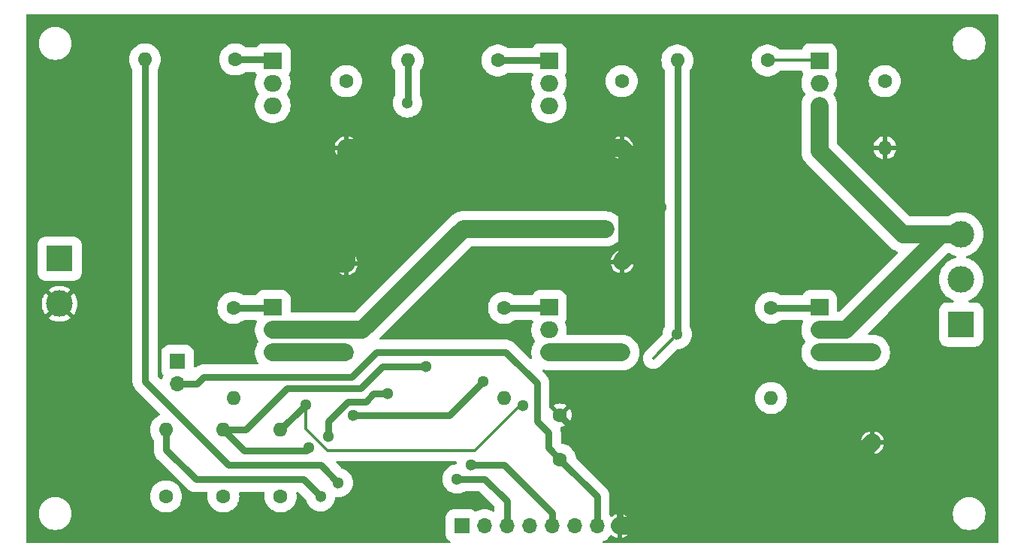
<source format=gbr>
%TF.GenerationSoftware,KiCad,Pcbnew,8.0.1*%
%TF.CreationDate,2024-05-23T13:32:17+02:00*%
%TF.ProjectId,BLDCdrv,424c4443-6472-4762-9e6b-696361645f70,2*%
%TF.SameCoordinates,PXb71b000PY69618a0*%
%TF.FileFunction,Copper,L2,Bot*%
%TF.FilePolarity,Positive*%
%FSLAX46Y46*%
G04 Gerber Fmt 4.6, Leading zero omitted, Abs format (unit mm)*
G04 Created by KiCad (PCBNEW 8.0.1) date 2024-05-23 13:32:17*
%MOMM*%
%LPD*%
G01*
G04 APERTURE LIST*
%TA.AperFunction,ComponentPad*%
%ADD10C,1.600000*%
%TD*%
%TA.AperFunction,ComponentPad*%
%ADD11O,1.600000X1.600000*%
%TD*%
%TA.AperFunction,ComponentPad*%
%ADD12R,3.000000X3.000000*%
%TD*%
%TA.AperFunction,ComponentPad*%
%ADD13C,3.000000*%
%TD*%
%TA.AperFunction,ComponentPad*%
%ADD14R,2.000000X1.905000*%
%TD*%
%TA.AperFunction,ComponentPad*%
%ADD15O,2.000000X1.905000*%
%TD*%
%TA.AperFunction,ComponentPad*%
%ADD16R,1.700000X1.700000*%
%TD*%
%TA.AperFunction,ComponentPad*%
%ADD17O,1.700000X1.700000*%
%TD*%
%TA.AperFunction,ViaPad*%
%ADD18C,1.300000*%
%TD*%
%TA.AperFunction,Conductor*%
%ADD19C,0.800000*%
%TD*%
%TA.AperFunction,Conductor*%
%ADD20C,0.350000*%
%TD*%
%TA.AperFunction,Conductor*%
%ADD21C,2.000000*%
%TD*%
G04 APERTURE END LIST*
D10*
%TO.P,R1,1*%
%TO.N,Net-(Q1-Pad1)*%
X-81620000Y39500000D03*
D11*
%TO.P,R1,2*%
%TO.N,Net-(IC1-Pad19)*%
X-91780000Y39500000D03*
%TD*%
D10*
%TO.P,C7,1*%
%TO.N,Net-(C7-Pad1)*%
X-76500000Y-9750000D03*
D11*
%TO.P,C7,2*%
%TO.N,Net-(C7-Pad2)*%
X-76500000Y-2250000D03*
%TD*%
D10*
%TO.P,R8,1*%
%TO.N,Net-(Q6-Pad1)*%
X-21220000Y11500000D03*
D11*
%TO.P,R8,2*%
%TO.N,Net-(IC1-Pad9)*%
X-21220000Y1340000D03*
%TD*%
D12*
%TO.P,J3,1,Pin_1*%
%TO.N,Net-(C5-Pad2)*%
X200000Y9620000D03*
D13*
%TO.P,J3,2,Pin_2*%
%TO.N,Net-(C6-Pad2)*%
X200000Y14700000D03*
%TO.P,J3,3,Pin_3*%
%TO.N,Net-(C7-Pad2)*%
X200000Y19780000D03*
%TD*%
D10*
%TO.P,C3,1*%
%TO.N,+BATT*%
X-38050000Y37050000D03*
D11*
%TO.P,C3,2*%
%TO.N,GNDREF*%
X-38050000Y29550000D03*
%TD*%
D10*
%TO.P,R7,1*%
%TO.N,Net-(Q5-Pad1)*%
X-21620000Y39400000D03*
D11*
%TO.P,R7,2*%
%TO.N,Net-(IC1-Pad13)*%
X-31780000Y39400000D03*
%TD*%
D10*
%TO.P,R3,1*%
%TO.N,Net-(Q2-Pad3)*%
X-69100000Y6320000D03*
D11*
%TO.P,R3,2*%
%TO.N,GNDREF*%
X-69100000Y16480000D03*
%TD*%
D10*
%TO.P,C6,1*%
%TO.N,Net-(C6-Pad1)*%
X-82950000Y-9750000D03*
D11*
%TO.P,C6,2*%
%TO.N,Net-(C6-Pad2)*%
X-82950000Y-2250000D03*
%TD*%
D10*
%TO.P,R6,1*%
%TO.N,Net-(Q4-Pad3)*%
X-38000000Y6520000D03*
D11*
%TO.P,R6,2*%
%TO.N,GNDREF*%
X-38000000Y16680000D03*
%TD*%
D10*
%TO.P,R4,1*%
%TO.N,Net-(Q3-Pad1)*%
X-52020000Y39400000D03*
D11*
%TO.P,R4,2*%
%TO.N,Net-(IC1-Pad16)*%
X-62180000Y39400000D03*
%TD*%
D14*
%TO.P,Q4,1,G*%
%TO.N,Net-(Q4-Pad1)*%
X-46245000Y11540000D03*
D15*
%TO.P,Q4,2,D*%
%TO.N,Net-(C6-Pad2)*%
X-46245000Y9000000D03*
%TO.P,Q4,3,S*%
%TO.N,Net-(Q4-Pad3)*%
X-46245000Y6460000D03*
%TD*%
D12*
%TO.P,J1,1,Pin_1*%
%TO.N,+BATT*%
X-101400000Y17040000D03*
D13*
%TO.P,J1,2,Pin_2*%
%TO.N,GNDREF*%
X-101400000Y11960000D03*
%TD*%
D14*
%TO.P,Q2,1,G*%
%TO.N,Net-(Q2-Pad1)*%
X-77375000Y11540000D03*
D15*
%TO.P,Q2,2,D*%
%TO.N,Net-(C5-Pad2)*%
X-77375000Y9000000D03*
%TO.P,Q2,3,S*%
%TO.N,Net-(Q2-Pad3)*%
X-77375000Y6460000D03*
%TD*%
D14*
%TO.P,Q6,1,G*%
%TO.N,Net-(Q6-Pad1)*%
X-15780000Y11540000D03*
D15*
%TO.P,Q6,2,D*%
%TO.N,Net-(C7-Pad2)*%
X-15780000Y9000000D03*
%TO.P,Q6,3,S*%
%TO.N,Net-(Q6-Pad3)*%
X-15780000Y6460000D03*
%TD*%
D10*
%TO.P,C2,1*%
%TO.N,+BATT*%
X-69100000Y37050000D03*
D11*
%TO.P,C2,2*%
%TO.N,GNDREF*%
X-69100000Y29550000D03*
%TD*%
D14*
%TO.P,Q5,1,G*%
%TO.N,Net-(Q5-Pad1)*%
X-15780000Y39380000D03*
D15*
%TO.P,Q5,2,D*%
%TO.N,+BATT*%
X-15780000Y36840000D03*
%TO.P,Q5,3,S*%
%TO.N,Net-(C7-Pad2)*%
X-15780000Y34300000D03*
%TD*%
D10*
%TO.P,C4,1*%
%TO.N,+BATT*%
X-8400000Y37050000D03*
D11*
%TO.P,C4,2*%
%TO.N,GNDREF*%
X-8400000Y29550000D03*
%TD*%
D10*
%TO.P,C1,1*%
%TO.N,Net-(C1-Pad1)*%
X-45000000Y-5600000D03*
%TO.P,C1,2*%
%TO.N,GNDREF*%
X-45000000Y-600000D03*
%TD*%
D14*
%TO.P,Q1,1,G*%
%TO.N,Net-(Q1-Pad1)*%
X-77375000Y39380000D03*
D15*
%TO.P,Q1,2,D*%
%TO.N,+BATT*%
X-77375000Y36840000D03*
%TO.P,Q1,3,S*%
%TO.N,Net-(C5-Pad2)*%
X-77375000Y34300000D03*
%TD*%
D16*
%TO.P,JP1,1,A*%
%TO.N,Net-(JP1-Pad1)*%
X-88100000Y5475000D03*
D17*
%TO.P,JP1,2,B*%
%TO.N,Net-(C1-Pad1)*%
X-88100000Y2935000D03*
%TD*%
D10*
%TO.P,R9,1*%
%TO.N,Net-(Q6-Pad3)*%
X-9800000Y6480000D03*
D11*
%TO.P,R9,2*%
%TO.N,GNDREF*%
X-9800000Y-3680000D03*
%TD*%
D14*
%TO.P,Q3,1,G*%
%TO.N,Net-(Q3-Pad1)*%
X-46245000Y39380000D03*
D15*
%TO.P,Q3,2,D*%
%TO.N,+BATT*%
X-46245000Y36840000D03*
%TO.P,Q3,3,S*%
%TO.N,Net-(C6-Pad2)*%
X-46245000Y34300000D03*
%TD*%
D10*
%TO.P,R2,1*%
%TO.N,Net-(Q2-Pad1)*%
X-81820000Y11500000D03*
D11*
%TO.P,R2,2*%
%TO.N,Net-(IC1-Pad11)*%
X-81820000Y1340000D03*
%TD*%
D10*
%TO.P,R5,1*%
%TO.N,Net-(Q4-Pad1)*%
X-51320000Y11500000D03*
D11*
%TO.P,R5,2*%
%TO.N,Net-(IC1-Pad10)*%
X-51320000Y1340000D03*
%TD*%
D10*
%TO.P,C5,1*%
%TO.N,Net-(C5-Pad1)*%
X-89400000Y-9750000D03*
D11*
%TO.P,C5,2*%
%TO.N,Net-(C5-Pad2)*%
X-89400000Y-2250000D03*
%TD*%
D16*
%TO.P,J2,1,Pin_1*%
%TO.N,Net-(IC1-Pad1)*%
X-56075000Y-13075000D03*
D17*
%TO.P,J2,2,Pin_2*%
%TO.N,Net-(IC1-Pad4)*%
X-53535000Y-13075000D03*
%TO.P,J2,3,Pin_3*%
%TO.N,Net-(IC1-Pad2)*%
X-50995000Y-13075000D03*
%TO.P,J2,4,Pin_4*%
%TO.N,Net-(IC1-Pad5)*%
X-48455000Y-13075000D03*
%TO.P,J2,5,Pin_5*%
%TO.N,Net-(IC1-Pad3)*%
X-45915000Y-13075000D03*
%TO.P,J2,6,Pin_6*%
%TO.N,Net-(IC1-Pad6)*%
X-43375000Y-13075000D03*
%TO.P,J2,7,Pin_7*%
%TO.N,Net-(C1-Pad1)*%
X-40835000Y-13075000D03*
%TO.P,J2,8,Pin_8*%
%TO.N,GNDREF*%
X-38295000Y-13075000D03*
%TD*%
D18*
%TO.N,Net-(IC1-Pad2)*%
X-56600000Y-7800000D03*
%TO.N,Net-(IC1-Pad3)*%
X-55000000Y-6200000D03*
%TO.N,Net-(IC1-Pad13)*%
X-53700000Y3200000D03*
X-68300000Y-600000D03*
X-31800000Y8500000D03*
%TO.N,Net-(IC1-Pad16)*%
X-62200000Y34600000D03*
X-71100000Y-3000000D03*
X-64400000Y1800000D03*
%TO.N,Net-(IC1-Pad19)*%
X-70000000Y-8200000D03*
%TO.N,GNDREF*%
X-33600000Y22800000D03*
X-56700000Y31800000D03*
X-88200000Y12100000D03*
X-56700000Y24600000D03*
X-25700000Y22700000D03*
X-56700000Y13000000D03*
%TO.N,Net-(C5-Pad2)*%
X-39900000Y20400000D03*
X-72000000Y-9800000D03*
%TO.N,Net-(C6-Pad2)*%
X-60100000Y4900000D03*
X-73300000Y-4300000D03*
%TO.N,Net-(C7-Pad2)*%
X-49200000Y500000D03*
X-73700000Y600000D03*
%TD*%
D19*
%TO.N,Net-(IC1-Pad2)*%
X-56600000Y-7800000D02*
X-53500000Y-7800000D01*
X-53500000Y-7800000D02*
X-50995000Y-10305000D01*
X-50995000Y-10305000D02*
X-50995000Y-13075000D01*
%TO.N,Net-(IC1-Pad3)*%
X-51300000Y-6200000D02*
X-55000000Y-6200000D01*
X-45915000Y-13075000D02*
X-45915000Y-11585000D01*
X-45915000Y-11585000D02*
X-51300000Y-6200000D01*
%TO.N,Net-(IC1-Pad13)*%
X-31800000Y8500000D02*
X-31780000Y8520000D01*
X-31780000Y8520000D02*
X-31780000Y39400000D01*
X-68300000Y-600000D02*
X-57500000Y-600000D01*
X-57500000Y-600000D02*
X-53700000Y3200000D01*
D20*
X-34500000Y5800000D02*
X-31800000Y8500000D01*
D19*
%TO.N,Net-(IC1-Pad16)*%
X-62180000Y39400000D02*
X-62180000Y34620000D01*
X-68900000Y900000D02*
X-71100000Y-1300000D01*
X-64400000Y1800000D02*
X-66000000Y1800000D01*
X-71100000Y-1300000D02*
X-71100000Y-3000000D01*
X-66000000Y1800000D02*
X-66900000Y900000D01*
D20*
X-62180000Y34620000D02*
X-62200000Y34600000D01*
D19*
X-66900000Y900000D02*
X-68900000Y900000D01*
%TO.N,Net-(IC1-Pad19)*%
X-91780000Y4883279D02*
X-91780000Y39500000D01*
D20*
X-91780000Y3230000D02*
X-91780000Y3380000D01*
D19*
X-70000000Y-8200000D02*
X-72000000Y-6200000D01*
X-72000000Y-6200000D02*
X-82350000Y-6200000D01*
X-91780000Y3380000D02*
X-91780000Y4883279D01*
X-82350000Y-6200000D02*
X-91780000Y3230000D01*
D20*
%TO.N,Net-(Q2-Pad3)*%
X-69240000Y6460000D02*
X-69100000Y6320000D01*
D21*
X-77375000Y6460000D02*
X-69240000Y6460000D01*
D20*
%TO.N,Net-(Q3-Pad1)*%
X-46265000Y39400000D02*
X-46245000Y39380000D01*
D19*
X-52020000Y39400000D02*
X-46265000Y39400000D01*
%TO.N,Net-(Q4-Pad1)*%
X-51320000Y11500000D02*
X-46285000Y11500000D01*
D20*
X-46285000Y11500000D02*
X-46245000Y11540000D01*
%TO.N,Net-(Q4-Pad3)*%
X-38060000Y6460000D02*
X-38000000Y6520000D01*
D21*
X-46245000Y6460000D02*
X-38060000Y6460000D01*
D20*
%TO.N,Net-(Q5-Pad1)*%
X-21620000Y39400000D02*
X-15800000Y39400000D01*
X-15800000Y39400000D02*
X-15780000Y39380000D01*
D19*
%TO.N,Net-(Q6-Pad1)*%
X-21220000Y11500000D02*
X-15820000Y11500000D01*
D20*
X-15820000Y11500000D02*
X-15780000Y11540000D01*
D21*
%TO.N,Net-(Q6-Pad3)*%
X-9800000Y6480000D02*
X-15760000Y6480000D01*
D20*
X-15760000Y6480000D02*
X-15780000Y6460000D01*
D19*
%TO.N,Net-(C1-Pad1)*%
X-47600000Y-1288012D02*
X-47600000Y3000000D01*
X-68100000Y4100000D02*
X-68500000Y3700000D01*
X-85200000Y3700000D02*
X-85965000Y2935000D01*
X-65100000Y6500000D02*
X-65700000Y6500000D01*
X-47600000Y3000000D02*
X-51100000Y6500000D01*
X-51100000Y6500000D02*
X-65100000Y6500000D01*
X-65700000Y6500000D02*
X-68100000Y4100000D01*
X-45000000Y-5600000D02*
X-40835000Y-9765000D01*
X-85965000Y2935000D02*
X-88100000Y2935000D01*
X-68500000Y3700000D02*
X-85200000Y3700000D01*
X-40835000Y-9765000D02*
X-40835000Y-13075000D01*
X-45000000Y-5600000D02*
X-46300000Y-4300000D01*
X-46300000Y-2588012D02*
X-47600000Y-1288012D01*
X-46300000Y-4300000D02*
X-46300000Y-2588012D01*
%TO.N,Net-(Q1-Pad1)*%
X-81620000Y39500000D02*
X-77495000Y39500000D01*
D20*
X-77495000Y39500000D02*
X-77375000Y39380000D01*
D19*
%TO.N,Net-(Q2-Pad1)*%
X-81820000Y11500000D02*
X-77415000Y11500000D01*
D20*
X-77415000Y11500000D02*
X-77375000Y11540000D01*
D21*
%TO.N,GNDREF*%
X-19195000Y-13075000D02*
X-38295000Y-13075000D01*
D19*
X-38295000Y-13075000D02*
X-38295000Y-7305000D01*
D21*
X-69100000Y16480000D02*
X-83820000Y16480000D01*
X-69100000Y29550000D02*
X-38050000Y29550000D01*
X-83820000Y16480000D02*
X-88200000Y12100000D01*
X-69100000Y29550000D02*
X-69100000Y16480000D01*
D19*
X-38295000Y-7305000D02*
X-45000000Y-600000D01*
D21*
X-37400000Y17380000D02*
X-38050000Y16730000D01*
X-9800000Y-3680000D02*
X-19195000Y-13075000D01*
X-38050000Y29550000D02*
X-37400000Y28900000D01*
X-37400000Y28900000D02*
X-37400000Y17380000D01*
D19*
X-38050000Y16730000D02*
X-38000000Y16680000D01*
%TO.N,Net-(C5-Pad2)*%
X-72000000Y-9800000D02*
X-73950480Y-7849520D01*
D21*
X-39900000Y20400000D02*
X-55900000Y20400000D01*
D19*
X-89400000Y-4500000D02*
X-89400000Y-2250000D01*
X-86050480Y-7849520D02*
X-89400000Y-4500000D01*
D21*
X-67300000Y9000000D02*
X-77375000Y9000000D01*
D19*
X-73950480Y-7849520D02*
X-86050480Y-7849520D01*
D21*
X-55900000Y20400000D02*
X-67300000Y9000000D01*
D19*
%TO.N,Net-(C6-Pad2)*%
X-80450000Y-2250000D02*
X-82950000Y-2250000D01*
X-80600000Y-4600000D02*
X-82950000Y-2250000D01*
X-73600000Y-4600000D02*
X-80600000Y-4600000D01*
X-60100000Y4900000D02*
X-65000000Y4900000D01*
D20*
X-73300000Y-4300000D02*
X-73600000Y-4600000D01*
D19*
X-65000000Y4900000D02*
X-67500000Y2400000D01*
X-75800000Y2400000D02*
X-80450000Y-2250000D01*
X-67500000Y2400000D02*
X-75800000Y2400000D01*
D20*
%TO.N,Net-(C7-Pad2)*%
X-49200000Y500000D02*
X-49500000Y500000D01*
X-73700000Y-2100000D02*
X-73700000Y600000D01*
X-2020000Y19780000D02*
X200000Y19780000D01*
X-54600000Y-4600000D02*
X-71200000Y-4600000D01*
X-73700000Y600000D02*
X-73934500Y365500D01*
D19*
X-73934500Y315500D02*
X-76500000Y-2250000D01*
D20*
X-49500000Y500000D02*
X-54600000Y-4600000D01*
D21*
X-15780000Y29180000D02*
X-15780000Y34300000D01*
X200000Y19780000D02*
X-6380000Y19780000D01*
X-15780000Y9000000D02*
X-12800000Y9000000D01*
D20*
X-2220000Y19780000D02*
X200000Y19780000D01*
D21*
X-12800000Y9000000D02*
X-2020000Y19780000D01*
D20*
X-73934500Y365500D02*
X-73934500Y315500D01*
D21*
X-6380000Y19780000D02*
X-15780000Y29180000D01*
D20*
X-71200000Y-4600000D02*
X-73700000Y-2100000D01*
%TD*%
%TA.AperFunction,Conductor*%
%TO.N,GNDREF*%
G36*
X4346621Y44549498D02*
G01*
X4393114Y44495842D01*
X4404500Y44443500D01*
X4404500Y-14903500D01*
X4384498Y-14971621D01*
X4330842Y-15018114D01*
X4278500Y-15029500D01*
X-40081597Y-15029500D01*
X-40149718Y-15009498D01*
X-40196211Y-14955842D01*
X-40206315Y-14885568D01*
X-40176821Y-14820988D01*
X-40125631Y-14785444D01*
X-40064311Y-14762574D01*
X-39831989Y-14635716D01*
X-39620085Y-14477087D01*
X-39432913Y-14289915D01*
X-39330242Y-14152761D01*
X-39273409Y-14110217D01*
X-39202593Y-14105151D01*
X-39151985Y-14128841D01*
X-39040310Y-14215762D01*
X-39040301Y-14215768D01*
X-38842372Y-14322882D01*
X-38842370Y-14322883D01*
X-38629517Y-14395955D01*
X-38629508Y-14395957D01*
X-38549000Y-14409391D01*
X-38549000Y-13505702D01*
X-38487993Y-13540925D01*
X-38360826Y-13575000D01*
X-38229174Y-13575000D01*
X-38102007Y-13540925D01*
X-38041000Y-13505702D01*
X-38041000Y-14409390D01*
X-37960493Y-14395957D01*
X-37960484Y-14395955D01*
X-37747631Y-14322883D01*
X-37747629Y-14322882D01*
X-37549700Y-14215768D01*
X-37549699Y-14215767D01*
X-37372098Y-14077534D01*
X-37219675Y-13911958D01*
X-37096581Y-13723548D01*
X-37006180Y-13517456D01*
X-37006177Y-13517449D01*
X-36958456Y-13329000D01*
X-37864297Y-13329000D01*
X-37829075Y-13267993D01*
X-37795000Y-13140826D01*
X-37795000Y-13009174D01*
X-37829075Y-12882007D01*
X-37864297Y-12821000D01*
X-36958456Y-12821000D01*
X-36958456Y-12820999D01*
X-37006177Y-12632550D01*
X-37006180Y-12632543D01*
X-37096581Y-12426451D01*
X-37219675Y-12238041D01*
X-37372098Y-12072465D01*
X-37549699Y-11934232D01*
X-37549700Y-11934231D01*
X-37747629Y-11827117D01*
X-37747631Y-11827116D01*
X-37764602Y-11821290D01*
X-750500Y-11821290D01*
X-718840Y-12061782D01*
X-656056Y-12296095D01*
X-656055Y-12296097D01*
X-656054Y-12296100D01*
X-563224Y-12520212D01*
X-563223Y-12520213D01*
X-563218Y-12520224D01*
X-441939Y-12730285D01*
X-441937Y-12730288D01*
X-441936Y-12730289D01*
X-294265Y-12922738D01*
X-294261Y-12922742D01*
X-294256Y-12922748D01*
X-122749Y-13094255D01*
X-122744Y-13094259D01*
X-122738Y-13094265D01*
X69711Y-13241936D01*
X69714Y-13241938D01*
X279775Y-13363217D01*
X279779Y-13363218D01*
X279788Y-13363224D01*
X503900Y-13456054D01*
X738211Y-13518838D01*
X738215Y-13518838D01*
X738217Y-13518839D01*
X800202Y-13526999D01*
X978712Y-13550500D01*
X978719Y-13550500D01*
X1221281Y-13550500D01*
X1221288Y-13550500D01*
X1438637Y-13521885D01*
X1461782Y-13518839D01*
X1461782Y-13518838D01*
X1461789Y-13518838D01*
X1696100Y-13456054D01*
X1920212Y-13363224D01*
X2130289Y-13241936D01*
X2322738Y-13094265D01*
X2494265Y-12922738D01*
X2641936Y-12730289D01*
X2763224Y-12520212D01*
X2856054Y-12296100D01*
X2918838Y-12061789D01*
X2950500Y-11821288D01*
X2950500Y-11578712D01*
X2918838Y-11338211D01*
X2856054Y-11103900D01*
X2763224Y-10879788D01*
X2763218Y-10879779D01*
X2763217Y-10879775D01*
X2641938Y-10669714D01*
X2641936Y-10669711D01*
X2494265Y-10477262D01*
X2494259Y-10477256D01*
X2494255Y-10477251D01*
X2322748Y-10305744D01*
X2322742Y-10305739D01*
X2322738Y-10305735D01*
X2130289Y-10158064D01*
X2130288Y-10158063D01*
X2130285Y-10158061D01*
X1920224Y-10036782D01*
X1920216Y-10036778D01*
X1920212Y-10036776D01*
X1696100Y-9943946D01*
X1696097Y-9943945D01*
X1696095Y-9943944D01*
X1461782Y-9881160D01*
X1221290Y-9849500D01*
X1221288Y-9849500D01*
X978712Y-9849500D01*
X978709Y-9849500D01*
X738217Y-9881160D01*
X503904Y-9943944D01*
X503900Y-9943946D01*
X322448Y-10019106D01*
X279786Y-10036777D01*
X279775Y-10036782D01*
X69714Y-10158061D01*
X-122738Y-10305735D01*
X-122749Y-10305744D01*
X-294256Y-10477251D01*
X-294265Y-10477262D01*
X-441939Y-10669714D01*
X-563218Y-10879775D01*
X-563223Y-10879786D01*
X-563224Y-10879788D01*
X-632650Y-11047398D01*
X-656054Y-11103900D01*
X-656056Y-11103904D01*
X-718840Y-11338217D01*
X-750500Y-11578709D01*
X-750500Y-11821290D01*
X-37764602Y-11821290D01*
X-37960488Y-11754043D01*
X-37960499Y-11754040D01*
X-38041000Y-11740606D01*
X-38041000Y-12644297D01*
X-38102007Y-12609075D01*
X-38229174Y-12575000D01*
X-38360826Y-12575000D01*
X-38487993Y-12609075D01*
X-38549000Y-12644297D01*
X-38549000Y-11740607D01*
X-38549001Y-11740606D01*
X-38629502Y-11754040D01*
X-38629513Y-11754043D01*
X-38842370Y-11827116D01*
X-38842372Y-11827117D01*
X-39040301Y-11934231D01*
X-39040309Y-11934237D01*
X-39151986Y-12021158D01*
X-39218029Y-12047214D01*
X-39287674Y-12033428D01*
X-39330244Y-11997235D01*
X-39377404Y-11934237D01*
X-39409369Y-11891537D01*
X-39434179Y-11825018D01*
X-39434500Y-11816029D01*
X-39434500Y-9654780D01*
X-39462040Y-9480896D01*
X-39462040Y-9480895D01*
X-39468985Y-9437051D01*
X-39468985Y-9437048D01*
X-39537105Y-9227394D01*
X-39637185Y-9030978D01*
X-39661279Y-8997815D01*
X-39766758Y-8852635D01*
X-39766761Y-8852632D01*
X-39766763Y-8852629D01*
X-39925781Y-8693611D01*
X-39925812Y-8693582D01*
X-43175574Y-5443820D01*
X-43209600Y-5381508D01*
X-43212126Y-5364143D01*
X-43214617Y-5330897D01*
X-43274666Y-5067805D01*
X-43373257Y-4816602D01*
X-43373258Y-4816601D01*
X-43373259Y-4816597D01*
X-43508183Y-4582901D01*
X-43645893Y-4410219D01*
X-43676439Y-4371915D01*
X-43874259Y-4188365D01*
X-43874266Y-4188360D01*
X-44097223Y-4036350D01*
X-44097231Y-4036345D01*
X-44340350Y-3919265D01*
X-44340368Y-3919258D01*
X-44598224Y-3839720D01*
X-44770881Y-3813696D01*
X-44835260Y-3783764D01*
X-44841196Y-3778198D01*
X-44862595Y-3756799D01*
X-44896621Y-3694487D01*
X-44899500Y-3667704D01*
X-44899500Y-3426000D01*
X-11086083Y-3426000D01*
X-10111686Y-3426000D01*
X-10120080Y-3434394D01*
X-10172741Y-3525606D01*
X-10200000Y-3627339D01*
X-10200000Y-3732661D01*
X-10172741Y-3834394D01*
X-10120080Y-3925606D01*
X-10111686Y-3934000D01*
X-11086082Y-3934000D01*
X-11033814Y-4129068D01*
X-11033812Y-4129073D01*
X-10937088Y-4336498D01*
X-10805816Y-4523974D01*
X-10805811Y-4523980D01*
X-10643981Y-4685810D01*
X-10643975Y-4685815D01*
X-10456499Y-4817087D01*
X-10249074Y-4913811D01*
X-10249069Y-4913813D01*
X-10054000Y-4966081D01*
X-10054000Y-3991686D01*
X-10045606Y-4000080D01*
X-9954394Y-4052741D01*
X-9852661Y-4080000D01*
X-9747339Y-4080000D01*
X-9645606Y-4052741D01*
X-9554394Y-4000080D01*
X-9546000Y-3991686D01*
X-9546000Y-4966081D01*
X-9350932Y-4913813D01*
X-9350927Y-4913811D01*
X-9143502Y-4817087D01*
X-8956026Y-4685815D01*
X-8956020Y-4685810D01*
X-8794190Y-4523980D01*
X-8794185Y-4523974D01*
X-8662913Y-4336498D01*
X-8566189Y-4129073D01*
X-8566187Y-4129068D01*
X-8513918Y-3934000D01*
X-9488314Y-3934000D01*
X-9479920Y-3925606D01*
X-9427259Y-3834394D01*
X-9400000Y-3732661D01*
X-9400000Y-3627339D01*
X-9427259Y-3525606D01*
X-9479920Y-3434394D01*
X-9488314Y-3426000D01*
X-8513918Y-3426000D01*
X-8566187Y-3230931D01*
X-8566189Y-3230926D01*
X-8662913Y-3023501D01*
X-8794185Y-2836025D01*
X-8794190Y-2836019D01*
X-8956020Y-2674189D01*
X-8956026Y-2674184D01*
X-9143502Y-2542912D01*
X-9350927Y-2446188D01*
X-9350929Y-2446187D01*
X-9546000Y-2393917D01*
X-9546000Y-3368314D01*
X-9554394Y-3359920D01*
X-9645606Y-3307259D01*
X-9747339Y-3280000D01*
X-9852661Y-3280000D01*
X-9954394Y-3307259D01*
X-10045606Y-3359920D01*
X-10054000Y-3368314D01*
X-10054000Y-2393917D01*
X-10054001Y-2393917D01*
X-10249072Y-2446187D01*
X-10249074Y-2446188D01*
X-10456499Y-2542912D01*
X-10643975Y-2674184D01*
X-10643981Y-2674189D01*
X-10805811Y-2836019D01*
X-10805816Y-2836025D01*
X-10937088Y-3023501D01*
X-11033812Y-3230926D01*
X-11033814Y-3230931D01*
X-11086083Y-3426000D01*
X-44899500Y-3426000D01*
X-44899500Y-2703451D01*
X-44899499Y-2703426D01*
X-44899499Y-2477793D01*
X-44918749Y-2356256D01*
X-44933985Y-2260061D01*
X-44942056Y-2235221D01*
X-44996512Y-2067622D01*
X-44998538Y-1996656D01*
X-44961876Y-1935858D01*
X-44898163Y-1904533D01*
X-44887659Y-1903167D01*
X-44771998Y-1893048D01*
X-44550932Y-1833813D01*
X-44550927Y-1833811D01*
X-44343503Y-1737088D01*
X-44272112Y-1687099D01*
X-44272112Y-1687098D01*
X-44959211Y-1000000D01*
X-44947339Y-1000000D01*
X-44845606Y-972741D01*
X-44754394Y-920080D01*
X-44679920Y-845606D01*
X-44627259Y-754394D01*
X-44600000Y-652661D01*
X-44600000Y-640791D01*
X-43912903Y-1327888D01*
X-43912901Y-1327888D01*
X-43862912Y-1256497D01*
X-43766189Y-1049073D01*
X-43766187Y-1049068D01*
X-43706952Y-828002D01*
X-43687005Y-600000D01*
X-43706952Y-371997D01*
X-43766187Y-150931D01*
X-43766189Y-150926D01*
X-43862914Y56502D01*
X-43912900Y127890D01*
X-43912902Y127890D01*
X-44600000Y-559208D01*
X-44600000Y-547339D01*
X-44627259Y-445606D01*
X-44679920Y-354394D01*
X-44754394Y-279920D01*
X-44845606Y-227259D01*
X-44947339Y-200000D01*
X-44959210Y-200000D01*
X-44272112Y487101D01*
X-44272112Y487102D01*
X-44343499Y537087D01*
X-44550927Y633812D01*
X-44550932Y633814D01*
X-44772000Y693049D01*
X-44771996Y693049D01*
X-45000000Y712996D01*
X-45228003Y693049D01*
X-45449069Y633814D01*
X-45449074Y633812D01*
X-45656500Y537087D01*
X-45727891Y487100D01*
X-45040791Y-200000D01*
X-45052661Y-200000D01*
X-45154394Y-227259D01*
X-45245606Y-279920D01*
X-45320080Y-354394D01*
X-45372741Y-445606D01*
X-45400000Y-547339D01*
X-45400000Y-559209D01*
X-46095975Y136766D01*
X-46132124Y144031D01*
X-46183116Y193430D01*
X-46199500Y255562D01*
X-46199500Y1340000D01*
X-23025549Y1340000D01*
X-23005383Y1070894D01*
X-22945335Y807807D01*
X-22846745Y556606D01*
X-22846742Y556598D01*
X-22711818Y322902D01*
X-22711816Y322899D01*
X-22711815Y322898D01*
X-22543561Y111915D01*
X-22345741Y-71635D01*
X-22345735Y-71639D01*
X-22122784Y-223645D01*
X-22122777Y-223649D01*
X-22122774Y-223651D01*
X-21879641Y-340738D01*
X-21879638Y-340738D01*
X-21879633Y-340741D01*
X-21621783Y-420277D01*
X-21621781Y-420277D01*
X-21621772Y-420280D01*
X-21354929Y-460500D01*
X-21354925Y-460500D01*
X-21085075Y-460500D01*
X-21085071Y-460500D01*
X-20818228Y-420280D01*
X-20818218Y-420277D01*
X-20560368Y-340741D01*
X-20560366Y-340739D01*
X-20560359Y-340738D01*
X-20560354Y-340735D01*
X-20560350Y-340734D01*
X-20317231Y-223654D01*
X-20317231Y-223653D01*
X-20317225Y-223651D01*
X-20094259Y-71635D01*
X-19896439Y111915D01*
X-19728185Y322898D01*
X-19633383Y487101D01*
X-19593259Y556598D01*
X-19593257Y556602D01*
X-19494666Y807805D01*
X-19434617Y1070897D01*
X-19414451Y1340000D01*
X-19434617Y1609103D01*
X-19494666Y1872195D01*
X-19593257Y2123398D01*
X-19593258Y2123399D01*
X-19593259Y2123403D01*
X-19728183Y2357099D01*
X-19838936Y2495978D01*
X-19896439Y2568085D01*
X-20094259Y2751635D01*
X-20094266Y2751640D01*
X-20317223Y2903650D01*
X-20317231Y2903655D01*
X-20560350Y3020735D01*
X-20560368Y3020742D01*
X-20818218Y3100278D01*
X-20818226Y3100280D01*
X-20818228Y3100280D01*
X-21085071Y3140500D01*
X-21354929Y3140500D01*
X-21621772Y3100280D01*
X-21621774Y3100280D01*
X-21621783Y3100278D01*
X-21879633Y3020742D01*
X-21879645Y3020737D01*
X-22122777Y2903650D01*
X-22122784Y2903646D01*
X-22345735Y2751640D01*
X-22345740Y2751636D01*
X-22543561Y2568086D01*
X-22711818Y2357099D01*
X-22846742Y2123403D01*
X-22846745Y2123395D01*
X-22945335Y1872194D01*
X-23005383Y1609107D01*
X-23025549Y1340000D01*
X-46199500Y1340000D01*
X-46199500Y3110220D01*
X-46204124Y3139412D01*
X-46223690Y3262951D01*
X-46233985Y3327952D01*
X-46236908Y3336947D01*
X-46279411Y3467759D01*
X-46302105Y3537606D01*
X-46402185Y3734022D01*
X-46450485Y3800501D01*
X-46531758Y3912365D01*
X-46531759Y3912367D01*
X-46690781Y4071389D01*
X-46690812Y4071418D01*
X-46955213Y4335819D01*
X-46989239Y4398131D01*
X-46984174Y4468946D01*
X-46941627Y4525782D01*
X-46875107Y4550593D01*
X-46833510Y4546622D01*
X-46636116Y4493730D01*
X-46636110Y4493730D01*
X-46636109Y4493729D01*
X-46611100Y4490437D01*
X-46376120Y4459500D01*
X-46376113Y4459500D01*
X-37928887Y4459500D01*
X-37928880Y4459500D01*
X-37668884Y4493730D01*
X-37415581Y4561602D01*
X-37173303Y4661957D01*
X-36946197Y4793076D01*
X-36738149Y4952718D01*
X-36552718Y5138149D01*
X-36528634Y5169535D01*
X-36476878Y5236985D01*
X-36393076Y5346197D01*
X-36261957Y5573303D01*
X-36206376Y5707486D01*
X-35675500Y5707486D01*
X-35657580Y5594345D01*
X-35646554Y5524731D01*
X-35595043Y5366195D01*
X-35589379Y5348764D01*
X-35588073Y5346201D01*
X-35505377Y5183901D01*
X-35444055Y5099500D01*
X-35396621Y5034213D01*
X-35396619Y5034211D01*
X-35396617Y5034208D01*
X-35265793Y4903384D01*
X-35265790Y4903382D01*
X-35265787Y4903379D01*
X-35224212Y4873173D01*
X-35116100Y4794624D01*
X-35116096Y4794622D01*
X-34951236Y4710621D01*
X-34775270Y4653447D01*
X-34775269Y4653447D01*
X-34775264Y4653445D01*
X-34592514Y4624500D01*
X-34592511Y4624500D01*
X-34407489Y4624500D01*
X-34407486Y4624500D01*
X-34224736Y4653445D01*
X-34048764Y4710621D01*
X-33883904Y4794622D01*
X-33734213Y4903379D01*
X-31825483Y6812111D01*
X-31763174Y6846133D01*
X-31746282Y6848625D01*
X-31541006Y6864779D01*
X-31288390Y6925427D01*
X-31048372Y7024846D01*
X-30826860Y7160588D01*
X-30629311Y7329311D01*
X-30460588Y7526860D01*
X-30324846Y7748372D01*
X-30225427Y7988390D01*
X-30164779Y8241006D01*
X-30144396Y8500000D01*
X-30164779Y8758994D01*
X-30225427Y9011610D01*
X-30324846Y9251628D01*
X-30360934Y9310518D01*
X-30379500Y9376351D01*
X-30379500Y38224305D01*
X-30359498Y38292426D01*
X-30352018Y38302856D01*
X-30288185Y38382898D01*
X-30220721Y38499750D01*
X-30153259Y38616598D01*
X-30153257Y38616602D01*
X-30054666Y38867805D01*
X-29994617Y39130897D01*
X-29974451Y39400000D01*
X-23425549Y39400000D01*
X-23405383Y39130894D01*
X-23345335Y38867807D01*
X-23246745Y38616606D01*
X-23246742Y38616598D01*
X-23111818Y38382902D01*
X-23111817Y38382901D01*
X-23111815Y38382898D01*
X-22943561Y38171915D01*
X-22745741Y37988365D01*
X-22745735Y37988361D01*
X-22522784Y37836355D01*
X-22522777Y37836351D01*
X-22522774Y37836349D01*
X-22279641Y37719262D01*
X-22279638Y37719262D01*
X-22279633Y37719259D01*
X-22021783Y37639723D01*
X-22021781Y37639723D01*
X-22021772Y37639720D01*
X-21754929Y37599500D01*
X-21754925Y37599500D01*
X-21485075Y37599500D01*
X-21485071Y37599500D01*
X-21218228Y37639720D01*
X-21218218Y37639723D01*
X-20960368Y37719259D01*
X-20960366Y37719261D01*
X-20960359Y37719262D01*
X-20960354Y37719265D01*
X-20960350Y37719266D01*
X-20717231Y37836346D01*
X-20717231Y37836347D01*
X-20717225Y37836349D01*
X-20494259Y37988365D01*
X-20296439Y38171915D01*
X-20294848Y38173912D01*
X-20292333Y38177063D01*
X-20234221Y38217849D01*
X-20193825Y38224500D01*
X-17857570Y38224500D01*
X-17789449Y38204498D01*
X-17742956Y38150842D01*
X-17736432Y38133162D01*
X-17713911Y38054453D01*
X-17619698Y37874093D01*
X-17596110Y37845164D01*
X-17568563Y37779729D01*
X-17580767Y37709789D01*
X-17581273Y37708842D01*
X-17582851Y37705642D01*
X-17680822Y37469118D01*
X-17680823Y37469114D01*
X-17747085Y37221822D01*
X-17780500Y36968009D01*
X-17780500Y36711992D01*
X-17747085Y36458179D01*
X-17747084Y36458173D01*
X-17747083Y36458171D01*
X-17680822Y36210882D01*
X-17582850Y35974357D01*
X-17582849Y35974356D01*
X-17582844Y35974345D01*
X-17494838Y35821915D01*
X-17454844Y35752643D01*
X-17379741Y35654768D01*
X-17354140Y35588549D01*
X-17368404Y35519000D01*
X-17379740Y35501361D01*
X-17446925Y35413804D01*
X-17578037Y35186710D01*
X-17578042Y35186699D01*
X-17678398Y34944419D01*
X-17746272Y34691109D01*
X-17780500Y34431122D01*
X-17780500Y29048878D01*
X-17763385Y28918881D01*
X-17763385Y28918880D01*
X-17746273Y28788892D01*
X-17678400Y28535586D01*
X-17678399Y28535584D01*
X-17678398Y28535581D01*
X-17578043Y28293303D01*
X-17578042Y28293302D01*
X-17578037Y28293291D01*
X-17446927Y28066202D01*
X-17446924Y28066197D01*
X-17377612Y27975869D01*
X-17287283Y27858149D01*
X-17287274Y27858139D01*
X-7701863Y18272727D01*
X-7701846Y18272712D01*
X-7611344Y18203269D01*
X-7611343Y18203268D01*
X-7493806Y18113078D01*
X-7493800Y18113074D01*
X-7266710Y17981964D01*
X-7266706Y17981963D01*
X-7266697Y17981957D01*
X-7024419Y17881602D01*
X-7016851Y17879574D01*
X-6956228Y17842625D01*
X-6925204Y17778766D01*
X-6933631Y17708271D01*
X-6960364Y17668772D01*
X-13564406Y11064729D01*
X-13626718Y11030703D01*
X-13697533Y11035768D01*
X-13754369Y11078315D01*
X-13779180Y11144835D01*
X-13779501Y11153799D01*
X-13779501Y12550536D01*
X-13790114Y12669913D01*
X-13790113Y12669913D01*
X-13790114Y12669918D01*
X-13846091Y12865549D01*
X-13940302Y13045907D01*
X-14068891Y13203609D01*
X-14226593Y13332198D01*
X-14226595Y13332199D01*
X-14226596Y13332200D01*
X-14406949Y13426408D01*
X-14406950Y13426409D01*
X-14406951Y13426409D01*
X-14602582Y13482386D01*
X-14721963Y13493000D01*
X-14721968Y13493000D01*
X-16838028Y13493000D01*
X-16838038Y13492999D01*
X-16957412Y13482387D01*
X-16957415Y13482387D01*
X-16957418Y13482386D01*
X-17153049Y13426409D01*
X-17153052Y13426408D01*
X-17333405Y13332200D01*
X-17421610Y13260278D01*
X-17491109Y13203609D01*
X-17619698Y13045907D01*
X-17660310Y12968161D01*
X-17709576Y12917044D01*
X-17771989Y12900500D01*
X-20039062Y12900500D01*
X-20107183Y12920502D01*
X-20109990Y12922361D01*
X-20317225Y13063651D01*
X-20317228Y13063652D01*
X-20317230Y13063654D01*
X-20317231Y13063655D01*
X-20560350Y13180735D01*
X-20560368Y13180742D01*
X-20818218Y13260278D01*
X-20818226Y13260280D01*
X-20818228Y13260280D01*
X-21085071Y13300500D01*
X-21354929Y13300500D01*
X-21621772Y13260280D01*
X-21621774Y13260280D01*
X-21621783Y13260278D01*
X-21879633Y13180742D01*
X-21879645Y13180737D01*
X-22122777Y13063650D01*
X-22122784Y13063646D01*
X-22345735Y12911640D01*
X-22345740Y12911636D01*
X-22543561Y12728086D01*
X-22711818Y12517099D01*
X-22846742Y12283403D01*
X-22846745Y12283395D01*
X-22945335Y12032194D01*
X-23005383Y11769107D01*
X-23025549Y11500000D01*
X-23005383Y11230894D01*
X-22945335Y10967807D01*
X-22846745Y10716606D01*
X-22846742Y10716598D01*
X-22711818Y10482902D01*
X-22711816Y10482899D01*
X-22711815Y10482898D01*
X-22543561Y10271915D01*
X-22345741Y10088365D01*
X-22345735Y10088361D01*
X-22122784Y9936355D01*
X-22122777Y9936351D01*
X-22122774Y9936349D01*
X-21879641Y9819262D01*
X-21879638Y9819262D01*
X-21879633Y9819259D01*
X-21621783Y9739723D01*
X-21621781Y9739723D01*
X-21621772Y9739720D01*
X-21354929Y9699500D01*
X-21354925Y9699500D01*
X-21085075Y9699500D01*
X-21085071Y9699500D01*
X-20818228Y9739720D01*
X-20818218Y9739723D01*
X-20560368Y9819259D01*
X-20560366Y9819261D01*
X-20560359Y9819262D01*
X-20560354Y9819265D01*
X-20560350Y9819266D01*
X-20317231Y9936346D01*
X-20317231Y9936347D01*
X-20317225Y9936349D01*
X-20110039Y10077607D01*
X-20042489Y10099453D01*
X-20039062Y10099500D01*
X-17730202Y10099500D01*
X-17662081Y10079498D01*
X-17624618Y10038512D01*
X-17623219Y10039434D01*
X-17619704Y10034101D01*
X-17619700Y10034096D01*
X-17619698Y10034093D01*
X-17599143Y10008884D01*
X-17571597Y9943450D01*
X-17580386Y9881042D01*
X-17678398Y9644419D01*
X-17746272Y9391109D01*
X-17780500Y9131122D01*
X-17780500Y8868879D01*
X-17746272Y8608892D01*
X-17746271Y8608886D01*
X-17746270Y8608884D01*
X-17678398Y8355581D01*
X-17578043Y8113303D01*
X-17578042Y8113302D01*
X-17578037Y8113291D01*
X-17446924Y7886196D01*
X-17446922Y7886194D01*
X-17383601Y7803673D01*
X-17358000Y7737454D01*
X-17372264Y7667905D01*
X-17383600Y7650266D01*
X-17426920Y7593811D01*
X-17446255Y7560321D01*
X-17452602Y7550822D01*
X-17452551Y7550788D01*
X-17454847Y7547353D01*
X-17582844Y7325656D01*
X-17582849Y7325645D01*
X-17582850Y7325643D01*
X-17668237Y7119501D01*
X-17680822Y7089118D01*
X-17680823Y7089114D01*
X-17747085Y6841822D01*
X-17780500Y6588009D01*
X-17780500Y6331992D01*
X-17747085Y6078179D01*
X-17747084Y6078173D01*
X-17747083Y6078171D01*
X-17680822Y5830882D01*
X-17582850Y5594357D01*
X-17582849Y5594356D01*
X-17582844Y5594345D01*
X-17454847Y5372647D01*
X-17454842Y5372640D01*
X-17299001Y5169544D01*
X-17298982Y5169523D01*
X-17117978Y4988519D01*
X-17117957Y4988500D01*
X-16914861Y4832659D01*
X-16914854Y4832654D01*
X-16848980Y4794622D01*
X-16693143Y4704650D01*
X-16675502Y4697343D01*
X-16660720Y4690053D01*
X-16646707Y4681962D01*
X-16646704Y4681961D01*
X-16646697Y4681957D01*
X-16404419Y4581602D01*
X-16151116Y4513730D01*
X-16151110Y4513730D01*
X-16151109Y4513729D01*
X-16126100Y4510437D01*
X-15891120Y4479500D01*
X-15891113Y4479500D01*
X-9668887Y4479500D01*
X-9668880Y4479500D01*
X-9408884Y4513730D01*
X-9155581Y4581602D01*
X-8913303Y4681957D01*
X-8686197Y4813076D01*
X-8478149Y4972718D01*
X-8292718Y5158149D01*
X-8133076Y5366197D01*
X-8001957Y5593303D01*
X-7901602Y5835581D01*
X-7833730Y6088884D01*
X-7799500Y6348880D01*
X-7799500Y6611120D01*
X-7833730Y6871116D01*
X-7901602Y7124419D01*
X-8001957Y7366697D01*
X-8001963Y7366706D01*
X-8001964Y7366710D01*
X-8133074Y7593800D01*
X-8133078Y7593806D01*
X-8292711Y7801843D01*
X-8292730Y7801864D01*
X-8478137Y7987271D01*
X-8478158Y7987290D01*
X-8686195Y8146923D01*
X-8686201Y8146927D01*
X-8913291Y8278037D01*
X-8913299Y8278041D01*
X-8913303Y8278043D01*
X-9155581Y8378398D01*
X-9408884Y8446270D01*
X-9408886Y8446271D01*
X-9408892Y8446272D01*
X-9668879Y8480500D01*
X-9668880Y8480500D01*
X-10186176Y8480500D01*
X-10254297Y8500502D01*
X-10300790Y8554158D01*
X-10310894Y8624432D01*
X-10281400Y8689012D01*
X-10275271Y8695595D01*
X-8056622Y10914244D01*
X-1313448Y17657420D01*
X-1251138Y17691444D01*
X-1180323Y17686379D01*
X-1150296Y17670260D01*
X-1142484Y17664584D01*
X-866766Y17513006D01*
X-654101Y17428806D01*
X-574231Y17397183D01*
X-574228Y17397183D01*
X-574225Y17397181D01*
X-574213Y17397178D01*
X-437366Y17362041D01*
X-376360Y17325727D01*
X-344671Y17262195D01*
X-352361Y17191616D01*
X-396988Y17136399D01*
X-437366Y17117959D01*
X-574213Y17082823D01*
X-574231Y17082818D01*
X-866766Y16966994D01*
X-1142487Y16815415D01*
X-1397034Y16630476D01*
X-1626394Y16415091D01*
X-1826950Y16172661D01*
X-1995532Y15907017D01*
X-1995540Y15907003D01*
X-2129500Y15622322D01*
X-2129502Y15622318D01*
X-2226730Y15323083D01*
X-2226732Y15323075D01*
X-2285687Y15014022D01*
X-2285690Y15013998D01*
X-2305444Y14700007D01*
X-2305444Y14699994D01*
X-2285690Y14386003D01*
X-2285687Y14385979D01*
X-2226732Y14076926D01*
X-2226730Y14076918D01*
X-2129502Y13777683D01*
X-2129500Y13777679D01*
X-1995540Y13492999D01*
X-1995532Y13492984D01*
X-1826950Y13227340D01*
X-1626394Y12984910D01*
X-1626391Y12984908D01*
X-1626390Y12984906D01*
X-1570490Y12932413D01*
X-1397034Y12769525D01*
X-1209816Y12633503D01*
X-1142484Y12584584D01*
X-866766Y12433006D01*
X-691595Y12363651D01*
X-635623Y12319978D01*
X-612146Y12252975D01*
X-628622Y12183916D01*
X-679817Y12134727D01*
X-737980Y12120500D01*
X-1358028Y12120500D01*
X-1358038Y12120499D01*
X-1477412Y12109887D01*
X-1477415Y12109887D01*
X-1477418Y12109886D01*
X-1673049Y12053909D01*
X-1673052Y12053908D01*
X-1853405Y11959700D01*
X-2011109Y11831109D01*
X-2139700Y11673405D01*
X-2233908Y11493052D01*
X-2233909Y11493050D01*
X-2233909Y11493049D01*
X-2289886Y11297418D01*
X-2295950Y11229207D01*
X-2300500Y11178035D01*
X-2300500Y8061973D01*
X-2300499Y8061963D01*
X-2293959Y7988390D01*
X-2289886Y7942582D01*
X-2234315Y7748371D01*
X-2233908Y7746949D01*
X-2140558Y7568238D01*
X-2139698Y7566593D01*
X-2011109Y7408891D01*
X-1853407Y7280302D01*
X-1673049Y7186091D01*
X-1477418Y7130114D01*
X-1358037Y7119500D01*
X1758036Y7119501D01*
X1877418Y7130114D01*
X2073049Y7186091D01*
X2253407Y7280302D01*
X2411109Y7408891D01*
X2539698Y7566593D01*
X2633909Y7746951D01*
X2689886Y7942582D01*
X2700500Y8061963D01*
X2700499Y11178036D01*
X2689886Y11297418D01*
X2633909Y11493049D01*
X2539698Y11673407D01*
X2411109Y11831109D01*
X2253407Y11959698D01*
X2253405Y11959699D01*
X2253404Y11959700D01*
X2073051Y12053908D01*
X2073050Y12053909D01*
X2073049Y12053909D01*
X1877418Y12109886D01*
X1758037Y12120500D01*
X1758034Y12120500D01*
X1137980Y12120500D01*
X1069859Y12140502D01*
X1023366Y12194158D01*
X1013262Y12264432D01*
X1042756Y12329012D01*
X1091594Y12363651D01*
X1266766Y12433006D01*
X1542484Y12584584D01*
X1797030Y12769522D01*
X2026390Y12984906D01*
X2226947Y13227337D01*
X2395537Y13492993D01*
X2529503Y13777685D01*
X2626731Y14076921D01*
X2685688Y14385985D01*
X2695346Y14539501D01*
X2705444Y14699994D01*
X2705444Y14700007D01*
X2685689Y15013998D01*
X2685688Y15014015D01*
X2626731Y15323079D01*
X2529503Y15622315D01*
X2395537Y15907007D01*
X2395531Y15907017D01*
X2226949Y16172661D01*
X2026393Y16415091D01*
X1797033Y16630476D01*
X1542486Y16815415D01*
X1474590Y16852741D01*
X1266766Y16966994D01*
X1182564Y17000332D01*
X974230Y17082818D01*
X974227Y17082819D01*
X914796Y17098078D01*
X837363Y17117960D01*
X776359Y17154273D01*
X744670Y17217805D01*
X752360Y17288384D01*
X796987Y17343601D01*
X837361Y17362041D01*
X974225Y17397181D01*
X1266766Y17513006D01*
X1542484Y17664584D01*
X1797030Y17849522D01*
X2026390Y18064906D01*
X2226947Y18307337D01*
X2395537Y18572993D01*
X2529503Y18857685D01*
X2626731Y19156921D01*
X2685688Y19465985D01*
X2705444Y19780000D01*
X2691043Y20008892D01*
X2685689Y20093998D01*
X2685688Y20094015D01*
X2626731Y20403079D01*
X2529503Y20702315D01*
X2395537Y20987007D01*
X2395531Y20987017D01*
X2226949Y21252661D01*
X2026393Y21495091D01*
X1797033Y21710476D01*
X1542486Y21895415D01*
X1500225Y21918648D01*
X1266766Y22046994D01*
X1182564Y22080332D01*
X974230Y22162818D01*
X974227Y22162819D01*
X771057Y22214984D01*
X669473Y22241066D01*
X669467Y22241067D01*
X669459Y22241068D01*
X357332Y22280499D01*
X357321Y22280500D01*
X357318Y22280500D01*
X42682Y22280500D01*
X42679Y22280500D01*
X42667Y22280499D01*
X-269460Y22241068D01*
X-269473Y22241066D01*
X-574228Y22162819D01*
X-574231Y22162818D01*
X-866766Y22046994D01*
X-1142487Y21895415D01*
X-1267532Y21804564D01*
X-1334400Y21780705D01*
X-1341593Y21780500D01*
X-5499175Y21780500D01*
X-5567296Y21800502D01*
X-5588270Y21817405D01*
X-13574865Y29804000D01*
X-9686083Y29804000D01*
X-8711686Y29804000D01*
X-8720080Y29795606D01*
X-8772741Y29704394D01*
X-8800000Y29602661D01*
X-8800000Y29497339D01*
X-8772741Y29395606D01*
X-8720080Y29304394D01*
X-8711686Y29296000D01*
X-9686082Y29296000D01*
X-9633814Y29100932D01*
X-9633812Y29100927D01*
X-9537088Y28893502D01*
X-9405816Y28706026D01*
X-9405811Y28706020D01*
X-9243981Y28544190D01*
X-9243975Y28544185D01*
X-9056499Y28412913D01*
X-8849074Y28316189D01*
X-8849069Y28316187D01*
X-8654000Y28263919D01*
X-8654000Y29238314D01*
X-8645606Y29229920D01*
X-8554394Y29177259D01*
X-8452661Y29150000D01*
X-8347339Y29150000D01*
X-8245606Y29177259D01*
X-8154394Y29229920D01*
X-8146000Y29238314D01*
X-8146000Y28263919D01*
X-7950932Y28316187D01*
X-7950927Y28316189D01*
X-7743502Y28412913D01*
X-7556026Y28544185D01*
X-7556020Y28544190D01*
X-7394190Y28706020D01*
X-7394185Y28706026D01*
X-7262913Y28893502D01*
X-7166189Y29100927D01*
X-7166187Y29100932D01*
X-7113918Y29296000D01*
X-8088314Y29296000D01*
X-8079920Y29304394D01*
X-8027259Y29395606D01*
X-8000000Y29497339D01*
X-8000000Y29602661D01*
X-8027259Y29704394D01*
X-8079920Y29795606D01*
X-8088314Y29804000D01*
X-7113918Y29804000D01*
X-7166187Y29999069D01*
X-7166189Y29999074D01*
X-7262913Y30206499D01*
X-7394185Y30393975D01*
X-7394190Y30393981D01*
X-7556020Y30555811D01*
X-7556026Y30555816D01*
X-7743502Y30687088D01*
X-7950927Y30783812D01*
X-7950929Y30783813D01*
X-8146000Y30836083D01*
X-8146000Y29861686D01*
X-8154394Y29870080D01*
X-8245606Y29922741D01*
X-8347339Y29950000D01*
X-8452661Y29950000D01*
X-8554394Y29922741D01*
X-8645606Y29870080D01*
X-8654000Y29861686D01*
X-8654000Y30836083D01*
X-8654001Y30836083D01*
X-8849072Y30783813D01*
X-8849074Y30783812D01*
X-9056499Y30687088D01*
X-9243975Y30555816D01*
X-9243981Y30555811D01*
X-9405811Y30393981D01*
X-9405816Y30393975D01*
X-9537088Y30206499D01*
X-9633812Y29999074D01*
X-9633814Y29999069D01*
X-9686083Y29804000D01*
X-13574865Y29804000D01*
X-13742595Y29971730D01*
X-13776621Y30034042D01*
X-13779500Y30060825D01*
X-13779500Y34431113D01*
X-13779500Y34431120D01*
X-13813730Y34691116D01*
X-13881602Y34944419D01*
X-13981957Y35186697D01*
X-13981963Y35186706D01*
X-13981964Y35186710D01*
X-14113074Y35413800D01*
X-14113079Y35413807D01*
X-14180260Y35501359D01*
X-14205861Y35567579D01*
X-14191596Y35637128D01*
X-14180264Y35654763D01*
X-14105156Y35752643D01*
X-13977150Y35974357D01*
X-13879178Y36210882D01*
X-13812917Y36458171D01*
X-13779500Y36711994D01*
X-13779500Y36968006D01*
X-13790295Y37050000D01*
X-10205549Y37050000D01*
X-10185383Y36780894D01*
X-10125335Y36517807D01*
X-10026745Y36266606D01*
X-10026742Y36266598D01*
X-9891818Y36032902D01*
X-9891816Y36032899D01*
X-9891815Y36032898D01*
X-9723561Y35821915D01*
X-9525741Y35638365D01*
X-9525735Y35638361D01*
X-9302784Y35486355D01*
X-9302777Y35486351D01*
X-9302774Y35486349D01*
X-9059641Y35369262D01*
X-9059638Y35369262D01*
X-9059633Y35369259D01*
X-8801783Y35289723D01*
X-8801781Y35289723D01*
X-8801772Y35289720D01*
X-8534929Y35249500D01*
X-8534925Y35249500D01*
X-8265075Y35249500D01*
X-8265071Y35249500D01*
X-7998228Y35289720D01*
X-7998218Y35289723D01*
X-7740368Y35369259D01*
X-7740366Y35369261D01*
X-7740359Y35369262D01*
X-7740354Y35369265D01*
X-7740350Y35369266D01*
X-7497231Y35486346D01*
X-7497231Y35486347D01*
X-7497225Y35486349D01*
X-7274259Y35638365D01*
X-7076439Y35821915D01*
X-6908185Y36032898D01*
X-6773257Y36266602D01*
X-6674666Y36517805D01*
X-6614617Y36780897D01*
X-6594451Y37050000D01*
X-6614617Y37319103D01*
X-6674666Y37582195D01*
X-6773257Y37833398D01*
X-6773258Y37833399D01*
X-6773259Y37833403D01*
X-6908183Y38067099D01*
X-6933985Y38099453D01*
X-7076439Y38278085D01*
X-7274259Y38461635D01*
X-7305452Y38482902D01*
X-7497223Y38613650D01*
X-7497231Y38613655D01*
X-7740350Y38730735D01*
X-7740368Y38730742D01*
X-7998218Y38810278D01*
X-7998226Y38810280D01*
X-7998228Y38810280D01*
X-8265071Y38850500D01*
X-8534929Y38850500D01*
X-8801772Y38810280D01*
X-8801774Y38810280D01*
X-8801783Y38810278D01*
X-9059633Y38730742D01*
X-9059645Y38730737D01*
X-9302777Y38613650D01*
X-9302784Y38613646D01*
X-9525735Y38461640D01*
X-9525740Y38461636D01*
X-9723561Y38278086D01*
X-9891818Y38067099D01*
X-10026742Y37833403D01*
X-10026745Y37833395D01*
X-10125335Y37582194D01*
X-10185383Y37319107D01*
X-10205549Y37050000D01*
X-13790295Y37050000D01*
X-13812917Y37221829D01*
X-13879178Y37469118D01*
X-13977150Y37705643D01*
X-13977157Y37705656D01*
X-13978979Y37709352D01*
X-13977213Y37710224D01*
X-13992098Y37771491D01*
X-13968902Y37838591D01*
X-13963891Y37845164D01*
X-13940302Y37874093D01*
X-13846091Y38054451D01*
X-13790114Y38250082D01*
X-13779500Y38369463D01*
X-13779501Y40390536D01*
X-13790114Y40509918D01*
X-13846091Y40705549D01*
X-13940302Y40885907D01*
X-14068891Y41043609D01*
X-14226593Y41172198D01*
X-14226595Y41172199D01*
X-14226596Y41172200D01*
X-14239059Y41178710D01*
X-750500Y41178710D01*
X-718840Y40938218D01*
X-656056Y40703905D01*
X-656055Y40703903D01*
X-656054Y40703900D01*
X-563224Y40479788D01*
X-563223Y40479787D01*
X-563218Y40479776D01*
X-441939Y40269715D01*
X-441937Y40269712D01*
X-441936Y40269711D01*
X-294265Y40077262D01*
X-294261Y40077258D01*
X-294256Y40077252D01*
X-122749Y39905745D01*
X-122744Y39905741D01*
X-122738Y39905735D01*
X55325Y39769103D01*
X69714Y39758062D01*
X279775Y39636783D01*
X279779Y39636782D01*
X279788Y39636776D01*
X503900Y39543946D01*
X738211Y39481162D01*
X738215Y39481162D01*
X738217Y39481161D01*
X800202Y39473001D01*
X978712Y39449500D01*
X978719Y39449500D01*
X1221281Y39449500D01*
X1221288Y39449500D01*
X1438637Y39478115D01*
X1461782Y39481161D01*
X1461782Y39481162D01*
X1461789Y39481162D01*
X1696100Y39543946D01*
X1920212Y39636776D01*
X2130289Y39758064D01*
X2322738Y39905735D01*
X2494265Y40077262D01*
X2641936Y40269711D01*
X2763224Y40479788D01*
X2856054Y40703900D01*
X2918838Y40938211D01*
X2950500Y41178712D01*
X2950500Y41421288D01*
X2918838Y41661789D01*
X2856054Y41896100D01*
X2763224Y42120212D01*
X2763218Y42120221D01*
X2763217Y42120225D01*
X2641938Y42330286D01*
X2641936Y42330289D01*
X2494265Y42522738D01*
X2494259Y42522744D01*
X2494255Y42522749D01*
X2322748Y42694256D01*
X2322742Y42694261D01*
X2322738Y42694265D01*
X2130289Y42841936D01*
X2130288Y42841937D01*
X2130285Y42841939D01*
X1920224Y42963218D01*
X1920216Y42963222D01*
X1920212Y42963224D01*
X1696100Y43056054D01*
X1696097Y43056055D01*
X1696095Y43056056D01*
X1461782Y43118840D01*
X1221290Y43150500D01*
X1221288Y43150500D01*
X978712Y43150500D01*
X978709Y43150500D01*
X738217Y43118840D01*
X503904Y43056056D01*
X503900Y43056054D01*
X279786Y42963223D01*
X279775Y42963218D01*
X69714Y42841939D01*
X-122738Y42694265D01*
X-122749Y42694256D01*
X-294256Y42522749D01*
X-294265Y42522738D01*
X-441939Y42330286D01*
X-563218Y42120225D01*
X-563223Y42120214D01*
X-656054Y41896100D01*
X-656056Y41896096D01*
X-718840Y41661783D01*
X-750500Y41421291D01*
X-750500Y41178710D01*
X-14239059Y41178710D01*
X-14406949Y41266408D01*
X-14406950Y41266409D01*
X-14406951Y41266409D01*
X-14602582Y41322386D01*
X-14721963Y41333000D01*
X-14721968Y41333000D01*
X-16838028Y41333000D01*
X-16838038Y41332999D01*
X-16957412Y41322387D01*
X-16957415Y41322387D01*
X-16957418Y41322386D01*
X-17153049Y41266409D01*
X-17153052Y41266408D01*
X-17333405Y41172200D01*
X-17491109Y41043609D01*
X-17619700Y40885905D01*
X-17713910Y40705550D01*
X-17724985Y40666839D01*
X-17762954Y40606849D01*
X-17827329Y40576910D01*
X-17846124Y40575500D01*
X-20193825Y40575500D01*
X-20261946Y40595502D01*
X-20292333Y40622937D01*
X-20296437Y40628083D01*
X-20338206Y40666839D01*
X-20494259Y40811635D01*
X-20507264Y40820502D01*
X-20717223Y40963650D01*
X-20717231Y40963655D01*
X-20960350Y41080735D01*
X-20960368Y41080742D01*
X-21218218Y41160278D01*
X-21218226Y41160280D01*
X-21218228Y41160280D01*
X-21485071Y41200500D01*
X-21754929Y41200500D01*
X-22021772Y41160280D01*
X-22021774Y41160280D01*
X-22021783Y41160278D01*
X-22279633Y41080742D01*
X-22279645Y41080737D01*
X-22522777Y40963650D01*
X-22522784Y40963646D01*
X-22745735Y40811640D01*
X-22745740Y40811636D01*
X-22943561Y40628086D01*
X-23111818Y40417099D01*
X-23246742Y40183403D01*
X-23246745Y40183395D01*
X-23345335Y39932194D01*
X-23405383Y39669107D01*
X-23425549Y39400000D01*
X-29974451Y39400000D01*
X-29994617Y39669103D01*
X-30054666Y39932195D01*
X-30153257Y40183398D01*
X-30153258Y40183399D01*
X-30153259Y40183403D01*
X-30288183Y40417099D01*
X-30367931Y40517099D01*
X-30456439Y40628085D01*
X-30654259Y40811635D01*
X-30667264Y40820502D01*
X-30877223Y40963650D01*
X-30877231Y40963655D01*
X-31120350Y41080735D01*
X-31120368Y41080742D01*
X-31378218Y41160278D01*
X-31378226Y41160280D01*
X-31378228Y41160280D01*
X-31645071Y41200500D01*
X-31914929Y41200500D01*
X-32181772Y41160280D01*
X-32181774Y41160280D01*
X-32181783Y41160278D01*
X-32439633Y41080742D01*
X-32439645Y41080737D01*
X-32682777Y40963650D01*
X-32682784Y40963646D01*
X-32905735Y40811640D01*
X-32905740Y40811636D01*
X-33103561Y40628086D01*
X-33271818Y40417099D01*
X-33406742Y40183403D01*
X-33406745Y40183395D01*
X-33505335Y39932194D01*
X-33565383Y39669107D01*
X-33585549Y39400000D01*
X-33565383Y39130894D01*
X-33505335Y38867807D01*
X-33406745Y38616606D01*
X-33406742Y38616598D01*
X-33271818Y38382902D01*
X-33271817Y38382901D01*
X-33271815Y38382898D01*
X-33207990Y38302864D01*
X-33181155Y38237136D01*
X-33180500Y38224305D01*
X-33180500Y9441627D01*
X-33199067Y9375793D01*
X-33275148Y9251639D01*
X-33275156Y9251625D01*
X-33374573Y9011611D01*
X-33435221Y8758994D01*
X-33451376Y8553726D01*
X-33476662Y8487384D01*
X-33487893Y8474517D01*
X-35396617Y6565793D01*
X-35396619Y6565790D01*
X-35505377Y6416100D01*
X-35589378Y6251238D01*
X-35589381Y6251232D01*
X-35646554Y6075270D01*
X-35646555Y6075265D01*
X-35646555Y6075264D01*
X-35675500Y5892514D01*
X-35675500Y5707486D01*
X-36206376Y5707486D01*
X-36161602Y5815581D01*
X-36093730Y6068884D01*
X-36059500Y6328880D01*
X-36059500Y6591120D01*
X-36093730Y6851116D01*
X-36161602Y7104419D01*
X-36261957Y7346697D01*
X-36261963Y7346706D01*
X-36261964Y7346710D01*
X-36393074Y7573800D01*
X-36393078Y7573806D01*
X-36552711Y7781843D01*
X-36552730Y7781864D01*
X-36738137Y7967271D01*
X-36738158Y7967290D01*
X-36946195Y8126923D01*
X-36946201Y8126927D01*
X-37173291Y8258037D01*
X-37173299Y8258041D01*
X-37173303Y8258043D01*
X-37415581Y8358398D01*
X-37668884Y8426270D01*
X-37668886Y8426271D01*
X-37668892Y8426272D01*
X-37928879Y8460500D01*
X-37928880Y8460500D01*
X-44155959Y8460500D01*
X-44224080Y8480502D01*
X-44270573Y8534158D01*
X-44280677Y8604432D01*
X-44278688Y8614128D01*
X-44278720Y8614134D01*
X-44277920Y8618163D01*
X-44277917Y8618171D01*
X-44244500Y8871994D01*
X-44244500Y9128006D01*
X-44277917Y9381829D01*
X-44344178Y9629118D01*
X-44442150Y9865643D01*
X-44442157Y9865656D01*
X-44443979Y9869352D01*
X-44442213Y9870224D01*
X-44457098Y9931491D01*
X-44433902Y9998591D01*
X-44428891Y10005164D01*
X-44405302Y10034093D01*
X-44311091Y10214451D01*
X-44255114Y10410082D01*
X-44244500Y10529463D01*
X-44244501Y12550536D01*
X-44255114Y12669913D01*
X-44255113Y12669913D01*
X-44255114Y12669918D01*
X-44311091Y12865549D01*
X-44405302Y13045907D01*
X-44533891Y13203609D01*
X-44691593Y13332198D01*
X-44691595Y13332199D01*
X-44691596Y13332200D01*
X-44871949Y13426408D01*
X-44871950Y13426409D01*
X-44871951Y13426409D01*
X-45067582Y13482386D01*
X-45186963Y13493000D01*
X-45186968Y13493000D01*
X-47303028Y13493000D01*
X-47303038Y13492999D01*
X-47422412Y13482387D01*
X-47422415Y13482387D01*
X-47422418Y13482386D01*
X-47618049Y13426409D01*
X-47618052Y13426408D01*
X-47798405Y13332200D01*
X-47886610Y13260278D01*
X-47956109Y13203609D01*
X-48084698Y13045907D01*
X-48125310Y12968161D01*
X-48174576Y12917044D01*
X-48236989Y12900500D01*
X-50139062Y12900500D01*
X-50207183Y12920502D01*
X-50209990Y12922361D01*
X-50417225Y13063651D01*
X-50417228Y13063652D01*
X-50417230Y13063654D01*
X-50417231Y13063655D01*
X-50660350Y13180735D01*
X-50660368Y13180742D01*
X-50918218Y13260278D01*
X-50918226Y13260280D01*
X-50918228Y13260280D01*
X-51185071Y13300500D01*
X-51454929Y13300500D01*
X-51721772Y13260280D01*
X-51721774Y13260280D01*
X-51721783Y13260278D01*
X-51979633Y13180742D01*
X-51979645Y13180737D01*
X-52222777Y13063650D01*
X-52222784Y13063646D01*
X-52445735Y12911640D01*
X-52445740Y12911636D01*
X-52643561Y12728086D01*
X-52811818Y12517099D01*
X-52946742Y12283403D01*
X-52946745Y12283395D01*
X-53045335Y12032194D01*
X-53105383Y11769107D01*
X-53125549Y11500000D01*
X-53105383Y11230894D01*
X-53045335Y10967807D01*
X-52946745Y10716606D01*
X-52946742Y10716598D01*
X-52811818Y10482902D01*
X-52811816Y10482899D01*
X-52811815Y10482898D01*
X-52643561Y10271915D01*
X-52445741Y10088365D01*
X-52445735Y10088361D01*
X-52222784Y9936355D01*
X-52222777Y9936351D01*
X-52222774Y9936349D01*
X-51979641Y9819262D01*
X-51979638Y9819262D01*
X-51979633Y9819259D01*
X-51721783Y9739723D01*
X-51721781Y9739723D01*
X-51721772Y9739720D01*
X-51454929Y9699500D01*
X-51454925Y9699500D01*
X-51185075Y9699500D01*
X-51185071Y9699500D01*
X-50918228Y9739720D01*
X-50918218Y9739723D01*
X-50660368Y9819259D01*
X-50660366Y9819261D01*
X-50660359Y9819262D01*
X-50660354Y9819265D01*
X-50660350Y9819266D01*
X-50417231Y9936346D01*
X-50417231Y9936347D01*
X-50417225Y9936349D01*
X-50210039Y10077607D01*
X-50142489Y10099453D01*
X-50139062Y10099500D01*
X-48195202Y10099500D01*
X-48127081Y10079498D01*
X-48089618Y10038512D01*
X-48088219Y10039434D01*
X-48084700Y10034096D01*
X-48061110Y10005164D01*
X-48033563Y9939729D01*
X-48045767Y9869789D01*
X-48046273Y9868842D01*
X-48047851Y9865642D01*
X-48145822Y9629118D01*
X-48145823Y9629114D01*
X-48212085Y9381822D01*
X-48245500Y9128009D01*
X-48245500Y8871992D01*
X-48212085Y8618179D01*
X-48212084Y8618173D01*
X-48212083Y8618171D01*
X-48145822Y8370882D01*
X-48047850Y8134357D01*
X-48047849Y8134356D01*
X-48047844Y8134345D01*
X-47919847Y7912648D01*
X-47919844Y7912643D01*
X-47844740Y7814767D01*
X-47819140Y7748549D01*
X-47833404Y7679000D01*
X-47844740Y7661361D01*
X-47911925Y7573804D01*
X-48043037Y7346710D01*
X-48043042Y7346699D01*
X-48043043Y7346697D01*
X-48070545Y7280302D01*
X-48143398Y7104419D01*
X-48211272Y6851109D01*
X-48245500Y6591122D01*
X-48245500Y6328879D01*
X-48211272Y6068891D01*
X-48158380Y5871494D01*
X-48160070Y5800517D01*
X-48199864Y5741722D01*
X-48265129Y5713774D01*
X-48335143Y5725548D01*
X-48369182Y5749788D01*
X-50027348Y7407954D01*
X-50027368Y7407976D01*
X-50187630Y7568238D01*
X-50187633Y7568240D01*
X-50187635Y7568242D01*
X-50365978Y7697815D01*
X-50562394Y7797895D01*
X-50562397Y7797896D01*
X-50562399Y7797897D01*
X-50772045Y7866014D01*
X-50772047Y7866015D01*
X-50772049Y7866015D01*
X-50989778Y7900501D01*
X-51210222Y7900501D01*
X-51215415Y7900501D01*
X-51215439Y7900500D01*
X-65266176Y7900500D01*
X-65334297Y7920502D01*
X-65380790Y7974158D01*
X-65390894Y8044432D01*
X-65361400Y8109012D01*
X-65355271Y8115595D01*
X-56536866Y16934000D01*
X-39286083Y16934000D01*
X-38311686Y16934000D01*
X-38320080Y16925606D01*
X-38372741Y16834394D01*
X-38400000Y16732661D01*
X-38400000Y16627339D01*
X-38372741Y16525606D01*
X-38320080Y16434394D01*
X-38311686Y16426000D01*
X-39286082Y16426000D01*
X-39233814Y16230932D01*
X-39233812Y16230927D01*
X-39137088Y16023502D01*
X-39005816Y15836026D01*
X-39005811Y15836020D01*
X-38843981Y15674190D01*
X-38843975Y15674185D01*
X-38656499Y15542913D01*
X-38449074Y15446189D01*
X-38449069Y15446187D01*
X-38254000Y15393919D01*
X-38254000Y16368314D01*
X-38245606Y16359920D01*
X-38154394Y16307259D01*
X-38052661Y16280000D01*
X-37947339Y16280000D01*
X-37845606Y16307259D01*
X-37754394Y16359920D01*
X-37746000Y16368314D01*
X-37746000Y15393919D01*
X-37550932Y15446187D01*
X-37550927Y15446189D01*
X-37343502Y15542913D01*
X-37156026Y15674185D01*
X-37156020Y15674190D01*
X-36994190Y15836020D01*
X-36994185Y15836026D01*
X-36862913Y16023502D01*
X-36766189Y16230927D01*
X-36766187Y16230932D01*
X-36713918Y16426000D01*
X-37688314Y16426000D01*
X-37679920Y16434394D01*
X-37627259Y16525606D01*
X-37600000Y16627339D01*
X-37600000Y16732661D01*
X-37627259Y16834394D01*
X-37679920Y16925606D01*
X-37688314Y16934000D01*
X-36713918Y16934000D01*
X-36766187Y17129069D01*
X-36766189Y17129074D01*
X-36862913Y17336499D01*
X-36994185Y17523975D01*
X-36994190Y17523981D01*
X-37156020Y17685811D01*
X-37156026Y17685816D01*
X-37343502Y17817088D01*
X-37550927Y17913812D01*
X-37550929Y17913813D01*
X-37746000Y17966083D01*
X-37746000Y16991686D01*
X-37754394Y17000080D01*
X-37845606Y17052741D01*
X-37947339Y17080000D01*
X-38052661Y17080000D01*
X-38154394Y17052741D01*
X-38245606Y17000080D01*
X-38254000Y16991686D01*
X-38254000Y17966083D01*
X-38254001Y17966083D01*
X-38449072Y17913813D01*
X-38449074Y17913812D01*
X-38656499Y17817088D01*
X-38843975Y17685816D01*
X-38843981Y17685811D01*
X-39005811Y17523981D01*
X-39005816Y17523975D01*
X-39137088Y17336499D01*
X-39233812Y17129074D01*
X-39233814Y17129069D01*
X-39286083Y16934000D01*
X-56536866Y16934000D01*
X-55108271Y18362595D01*
X-55045959Y18396621D01*
X-55019176Y18399500D01*
X-39768887Y18399500D01*
X-39768880Y18399500D01*
X-39508884Y18433730D01*
X-39255581Y18501602D01*
X-39013303Y18601957D01*
X-38786197Y18733076D01*
X-38578149Y18892718D01*
X-38392718Y19078149D01*
X-38233076Y19286197D01*
X-38101957Y19513303D01*
X-38001602Y19755581D01*
X-37933730Y20008884D01*
X-37899500Y20268880D01*
X-37899500Y20531120D01*
X-37933730Y20791116D01*
X-38001602Y21044419D01*
X-38101957Y21286697D01*
X-38101963Y21286706D01*
X-38101964Y21286710D01*
X-38233074Y21513800D01*
X-38233078Y21513806D01*
X-38392711Y21721843D01*
X-38392730Y21721864D01*
X-38578137Y21907271D01*
X-38578158Y21907290D01*
X-38786195Y22066923D01*
X-38786201Y22066927D01*
X-39013291Y22198037D01*
X-39013299Y22198041D01*
X-39013303Y22198043D01*
X-39255581Y22298398D01*
X-39508884Y22366270D01*
X-39508886Y22366271D01*
X-39508892Y22366272D01*
X-39768879Y22400500D01*
X-39768880Y22400500D01*
X-56031120Y22400500D01*
X-56031123Y22400500D01*
X-56178233Y22381132D01*
X-56291109Y22366273D01*
X-56505225Y22308901D01*
X-56544419Y22298398D01*
X-56682825Y22241068D01*
X-56786699Y22198042D01*
X-56786710Y22198037D01*
X-57013809Y22066922D01*
X-57104132Y21997614D01*
X-57104131Y21997613D01*
X-57221853Y21907282D01*
X-57221867Y21907269D01*
X-68091729Y11037405D01*
X-68154041Y11003379D01*
X-68180824Y11000500D01*
X-75248500Y11000500D01*
X-75316621Y11020502D01*
X-75363114Y11074158D01*
X-75374500Y11126500D01*
X-75374501Y12550528D01*
X-75374501Y12550536D01*
X-75385114Y12669913D01*
X-75385113Y12669913D01*
X-75385114Y12669918D01*
X-75441091Y12865549D01*
X-75535302Y13045907D01*
X-75663891Y13203609D01*
X-75821593Y13332198D01*
X-75821595Y13332199D01*
X-75821596Y13332200D01*
X-76001949Y13426408D01*
X-76001950Y13426409D01*
X-76001951Y13426409D01*
X-76197582Y13482386D01*
X-76316963Y13493000D01*
X-76316968Y13493000D01*
X-78433028Y13493000D01*
X-78433038Y13492999D01*
X-78552412Y13482387D01*
X-78552415Y13482387D01*
X-78552418Y13482386D01*
X-78748049Y13426409D01*
X-78748052Y13426408D01*
X-78928405Y13332200D01*
X-79016610Y13260278D01*
X-79086109Y13203609D01*
X-79214698Y13045907D01*
X-79255310Y12968161D01*
X-79304576Y12917044D01*
X-79366989Y12900500D01*
X-80639062Y12900500D01*
X-80707183Y12920502D01*
X-80709990Y12922361D01*
X-80917225Y13063651D01*
X-80917228Y13063652D01*
X-80917230Y13063654D01*
X-80917231Y13063655D01*
X-81160350Y13180735D01*
X-81160368Y13180742D01*
X-81418218Y13260278D01*
X-81418226Y13260280D01*
X-81418228Y13260280D01*
X-81685071Y13300500D01*
X-81954929Y13300500D01*
X-82221772Y13260280D01*
X-82221774Y13260280D01*
X-82221783Y13260278D01*
X-82479633Y13180742D01*
X-82479645Y13180737D01*
X-82722777Y13063650D01*
X-82722784Y13063646D01*
X-82945735Y12911640D01*
X-82945740Y12911636D01*
X-83143561Y12728086D01*
X-83311818Y12517099D01*
X-83446742Y12283403D01*
X-83446745Y12283395D01*
X-83545335Y12032194D01*
X-83605383Y11769107D01*
X-83625549Y11500000D01*
X-83605383Y11230894D01*
X-83545335Y10967807D01*
X-83446745Y10716606D01*
X-83446742Y10716598D01*
X-83311818Y10482902D01*
X-83311816Y10482899D01*
X-83311815Y10482898D01*
X-83143561Y10271915D01*
X-82945741Y10088365D01*
X-82945735Y10088361D01*
X-82722784Y9936355D01*
X-82722777Y9936351D01*
X-82722774Y9936349D01*
X-82479641Y9819262D01*
X-82479638Y9819262D01*
X-82479633Y9819259D01*
X-82221783Y9739723D01*
X-82221781Y9739723D01*
X-82221772Y9739720D01*
X-81954929Y9699500D01*
X-81954925Y9699500D01*
X-81685075Y9699500D01*
X-81685071Y9699500D01*
X-81418228Y9739720D01*
X-81418218Y9739723D01*
X-81160368Y9819259D01*
X-81160366Y9819261D01*
X-81160359Y9819262D01*
X-81160354Y9819265D01*
X-81160350Y9819266D01*
X-80917231Y9936346D01*
X-80917231Y9936347D01*
X-80917225Y9936349D01*
X-80710039Y10077607D01*
X-80642489Y10099453D01*
X-80639062Y10099500D01*
X-79325202Y10099500D01*
X-79257081Y10079498D01*
X-79219618Y10038512D01*
X-79218219Y10039434D01*
X-79214704Y10034101D01*
X-79214700Y10034096D01*
X-79214698Y10034093D01*
X-79194143Y10008884D01*
X-79166597Y9943450D01*
X-79175386Y9881042D01*
X-79273398Y9644419D01*
X-79341272Y9391109D01*
X-79375500Y9131122D01*
X-79375500Y8868879D01*
X-79341272Y8608892D01*
X-79341271Y8608886D01*
X-79341270Y8608884D01*
X-79273398Y8355581D01*
X-79173043Y8113303D01*
X-79173042Y8113302D01*
X-79173037Y8113291D01*
X-79041927Y7886201D01*
X-79041922Y7886194D01*
X-78980927Y7806704D01*
X-78955326Y7740484D01*
X-78969591Y7670935D01*
X-78980927Y7653296D01*
X-79041922Y7573807D01*
X-79041927Y7573800D01*
X-79173037Y7346710D01*
X-79173042Y7346699D01*
X-79173043Y7346697D01*
X-79200545Y7280302D01*
X-79273398Y7104419D01*
X-79341272Y6851109D01*
X-79375500Y6591122D01*
X-79375500Y6328879D01*
X-79341272Y6068892D01*
X-79341271Y6068886D01*
X-79341270Y6068884D01*
X-79273398Y5815581D01*
X-79173043Y5573303D01*
X-79173042Y5573302D01*
X-79173037Y5573291D01*
X-79041927Y5346202D01*
X-79041924Y5346197D01*
X-79008934Y5303203D01*
X-78983333Y5236985D01*
X-78997597Y5167436D01*
X-79047198Y5116639D01*
X-79108896Y5100500D01*
X-85089779Y5100500D01*
X-85310222Y5100500D01*
X-85527951Y5066015D01*
X-85527954Y5066015D01*
X-85527955Y5066014D01*
X-85737602Y4997897D01*
X-85737608Y4997894D01*
X-85934024Y4897814D01*
X-86049441Y4813959D01*
X-86116308Y4790101D01*
X-86185460Y4806182D01*
X-86234940Y4857096D01*
X-86249501Y4915896D01*
X-86249501Y6383028D01*
X-86249501Y6383036D01*
X-86260114Y6502418D01*
X-86316091Y6698049D01*
X-86410302Y6878407D01*
X-86538891Y7036109D01*
X-86696593Y7164698D01*
X-86696595Y7164699D01*
X-86696596Y7164700D01*
X-86876949Y7258908D01*
X-86876950Y7258909D01*
X-86876951Y7258909D01*
X-87072582Y7314886D01*
X-87191963Y7325500D01*
X-87191968Y7325500D01*
X-89008028Y7325500D01*
X-89008038Y7325499D01*
X-89127412Y7314887D01*
X-89127415Y7314887D01*
X-89127418Y7314886D01*
X-89323049Y7258909D01*
X-89323052Y7258908D01*
X-89503405Y7164700D01*
X-89661109Y7036109D01*
X-89789700Y6878405D01*
X-89883908Y6698052D01*
X-89883909Y6698050D01*
X-89883909Y6698049D01*
X-89939886Y6502418D01*
X-89939886Y6502412D01*
X-89950500Y6383035D01*
X-89950500Y4566973D01*
X-89950499Y4566963D01*
X-89941786Y4468946D01*
X-89939886Y4447582D01*
X-89883909Y4251951D01*
X-89883908Y4251949D01*
X-89829804Y4148371D01*
X-89789698Y4071593D01*
X-89722298Y3988934D01*
X-89694752Y3923499D01*
X-89706955Y3853559D01*
X-89709362Y3848924D01*
X-89787574Y3705691D01*
X-89851494Y3534313D01*
X-89894041Y3477478D01*
X-89960562Y3452667D01*
X-90029936Y3467759D01*
X-90058645Y3489251D01*
X-90342595Y3773201D01*
X-90376621Y3835513D01*
X-90379500Y3862296D01*
X-90379500Y16734000D01*
X-70386083Y16734000D01*
X-69411686Y16734000D01*
X-69420080Y16725606D01*
X-69472741Y16634394D01*
X-69500000Y16532661D01*
X-69500000Y16427339D01*
X-69472741Y16325606D01*
X-69420080Y16234394D01*
X-69411686Y16226000D01*
X-70386082Y16226000D01*
X-70333814Y16030932D01*
X-70333812Y16030927D01*
X-70237088Y15823502D01*
X-70105816Y15636026D01*
X-70105811Y15636020D01*
X-69943981Y15474190D01*
X-69943975Y15474185D01*
X-69756499Y15342913D01*
X-69549074Y15246189D01*
X-69549069Y15246187D01*
X-69354000Y15193919D01*
X-69354000Y16168314D01*
X-69345606Y16159920D01*
X-69254394Y16107259D01*
X-69152661Y16080000D01*
X-69047339Y16080000D01*
X-68945606Y16107259D01*
X-68854394Y16159920D01*
X-68846000Y16168314D01*
X-68846000Y15193919D01*
X-68650932Y15246187D01*
X-68650927Y15246189D01*
X-68443502Y15342913D01*
X-68256026Y15474185D01*
X-68256020Y15474190D01*
X-68094190Y15636020D01*
X-68094185Y15636026D01*
X-67962913Y15823502D01*
X-67866189Y16030927D01*
X-67866187Y16030932D01*
X-67813918Y16226000D01*
X-68788314Y16226000D01*
X-68779920Y16234394D01*
X-68727259Y16325606D01*
X-68700000Y16427339D01*
X-68700000Y16532661D01*
X-68727259Y16634394D01*
X-68779920Y16725606D01*
X-68788314Y16734000D01*
X-67813918Y16734000D01*
X-67866187Y16929069D01*
X-67866189Y16929074D01*
X-67962913Y17136499D01*
X-68094185Y17323975D01*
X-68094190Y17323981D01*
X-68256020Y17485811D01*
X-68256026Y17485816D01*
X-68443502Y17617088D01*
X-68650927Y17713812D01*
X-68650929Y17713813D01*
X-68846000Y17766083D01*
X-68846000Y16791686D01*
X-68854394Y16800080D01*
X-68945606Y16852741D01*
X-69047339Y16880000D01*
X-69152661Y16880000D01*
X-69254394Y16852741D01*
X-69345606Y16800080D01*
X-69354000Y16791686D01*
X-69354000Y17766083D01*
X-69354001Y17766083D01*
X-69549072Y17713813D01*
X-69549074Y17713812D01*
X-69756499Y17617088D01*
X-69943975Y17485816D01*
X-69943981Y17485811D01*
X-70105811Y17323981D01*
X-70105816Y17323975D01*
X-70237088Y17136499D01*
X-70333812Y16929074D01*
X-70333814Y16929069D01*
X-70386083Y16734000D01*
X-90379500Y16734000D01*
X-90379500Y29804000D01*
X-70386083Y29804000D01*
X-69411686Y29804000D01*
X-69420080Y29795606D01*
X-69472741Y29704394D01*
X-69500000Y29602661D01*
X-69500000Y29497339D01*
X-69472741Y29395606D01*
X-69420080Y29304394D01*
X-69411686Y29296000D01*
X-70386082Y29296000D01*
X-70333814Y29100932D01*
X-70333812Y29100927D01*
X-70237088Y28893502D01*
X-70105816Y28706026D01*
X-70105811Y28706020D01*
X-69943981Y28544190D01*
X-69943975Y28544185D01*
X-69756499Y28412913D01*
X-69549074Y28316189D01*
X-69549069Y28316187D01*
X-69354000Y28263919D01*
X-69354000Y29238314D01*
X-69345606Y29229920D01*
X-69254394Y29177259D01*
X-69152661Y29150000D01*
X-69047339Y29150000D01*
X-68945606Y29177259D01*
X-68854394Y29229920D01*
X-68846000Y29238314D01*
X-68846000Y28263919D01*
X-68650932Y28316187D01*
X-68650927Y28316189D01*
X-68443502Y28412913D01*
X-68256026Y28544185D01*
X-68256020Y28544190D01*
X-68094190Y28706020D01*
X-68094185Y28706026D01*
X-67962913Y28893502D01*
X-67866189Y29100927D01*
X-67866187Y29100932D01*
X-67813918Y29296000D01*
X-68788314Y29296000D01*
X-68779920Y29304394D01*
X-68727259Y29395606D01*
X-68700000Y29497339D01*
X-68700000Y29602661D01*
X-68727259Y29704394D01*
X-68779920Y29795606D01*
X-68788314Y29804000D01*
X-67813918Y29804000D01*
X-39336083Y29804000D01*
X-38361686Y29804000D01*
X-38370080Y29795606D01*
X-38422741Y29704394D01*
X-38450000Y29602661D01*
X-38450000Y29497339D01*
X-38422741Y29395606D01*
X-38370080Y29304394D01*
X-38361686Y29296000D01*
X-39336082Y29296000D01*
X-39283814Y29100932D01*
X-39283812Y29100927D01*
X-39187088Y28893502D01*
X-39055816Y28706026D01*
X-39055811Y28706020D01*
X-38893981Y28544190D01*
X-38893975Y28544185D01*
X-38706499Y28412913D01*
X-38499074Y28316189D01*
X-38499069Y28316187D01*
X-38304000Y28263919D01*
X-38304000Y29238314D01*
X-38295606Y29229920D01*
X-38204394Y29177259D01*
X-38102661Y29150000D01*
X-37997339Y29150000D01*
X-37895606Y29177259D01*
X-37804394Y29229920D01*
X-37796000Y29238314D01*
X-37796000Y28263919D01*
X-37600932Y28316187D01*
X-37600927Y28316189D01*
X-37393502Y28412913D01*
X-37206026Y28544185D01*
X-37206020Y28544190D01*
X-37044190Y28706020D01*
X-37044185Y28706026D01*
X-36912913Y28893502D01*
X-36816189Y29100927D01*
X-36816187Y29100932D01*
X-36763918Y29296000D01*
X-37738314Y29296000D01*
X-37729920Y29304394D01*
X-37677259Y29395606D01*
X-37650000Y29497339D01*
X-37650000Y29602661D01*
X-37677259Y29704394D01*
X-37729920Y29795606D01*
X-37738314Y29804000D01*
X-36763918Y29804000D01*
X-36816187Y29999069D01*
X-36816189Y29999074D01*
X-36912913Y30206499D01*
X-37044185Y30393975D01*
X-37044190Y30393981D01*
X-37206020Y30555811D01*
X-37206026Y30555816D01*
X-37393502Y30687088D01*
X-37600927Y30783812D01*
X-37600929Y30783813D01*
X-37796000Y30836083D01*
X-37796000Y29861686D01*
X-37804394Y29870080D01*
X-37895606Y29922741D01*
X-37997339Y29950000D01*
X-38102661Y29950000D01*
X-38204394Y29922741D01*
X-38295606Y29870080D01*
X-38304000Y29861686D01*
X-38304000Y30836083D01*
X-38304001Y30836083D01*
X-38499072Y30783813D01*
X-38499074Y30783812D01*
X-38706499Y30687088D01*
X-38893975Y30555816D01*
X-38893981Y30555811D01*
X-39055811Y30393981D01*
X-39055816Y30393975D01*
X-39187088Y30206499D01*
X-39283812Y29999074D01*
X-39283814Y29999069D01*
X-39336083Y29804000D01*
X-67813918Y29804000D01*
X-67866187Y29999069D01*
X-67866189Y29999074D01*
X-67962913Y30206499D01*
X-68094185Y30393975D01*
X-68094190Y30393981D01*
X-68256020Y30555811D01*
X-68256026Y30555816D01*
X-68443502Y30687088D01*
X-68650927Y30783812D01*
X-68650929Y30783813D01*
X-68846000Y30836083D01*
X-68846000Y29861686D01*
X-68854394Y29870080D01*
X-68945606Y29922741D01*
X-69047339Y29950000D01*
X-69152661Y29950000D01*
X-69254394Y29922741D01*
X-69345606Y29870080D01*
X-69354000Y29861686D01*
X-69354000Y30836083D01*
X-69354001Y30836083D01*
X-69549072Y30783813D01*
X-69549074Y30783812D01*
X-69756499Y30687088D01*
X-69943975Y30555816D01*
X-69943981Y30555811D01*
X-70105811Y30393981D01*
X-70105816Y30393975D01*
X-70237088Y30206499D01*
X-70333812Y29999074D01*
X-70333814Y29999069D01*
X-70386083Y29804000D01*
X-90379500Y29804000D01*
X-90379500Y38324305D01*
X-90359498Y38392426D01*
X-90352018Y38402856D01*
X-90288185Y38482898D01*
X-90153257Y38716602D01*
X-90054666Y38967805D01*
X-89994617Y39230897D01*
X-89974451Y39500000D01*
X-83425549Y39500000D01*
X-83405383Y39230894D01*
X-83345335Y38967807D01*
X-83246745Y38716606D01*
X-83246742Y38716598D01*
X-83111818Y38482902D01*
X-83111817Y38482901D01*
X-83111815Y38482898D01*
X-82943561Y38271915D01*
X-82745741Y38088365D01*
X-82745735Y38088361D01*
X-82522784Y37936355D01*
X-82522777Y37936351D01*
X-82522774Y37936349D01*
X-82279641Y37819262D01*
X-82279638Y37819262D01*
X-82279633Y37819259D01*
X-82021783Y37739723D01*
X-82021781Y37739723D01*
X-82021772Y37739720D01*
X-81754929Y37699500D01*
X-81754925Y37699500D01*
X-81485075Y37699500D01*
X-81485071Y37699500D01*
X-81218228Y37739720D01*
X-81218218Y37739723D01*
X-80960368Y37819259D01*
X-80960366Y37819261D01*
X-80960359Y37819262D01*
X-80960354Y37819265D01*
X-80960350Y37819266D01*
X-80717231Y37936346D01*
X-80717231Y37936347D01*
X-80717225Y37936349D01*
X-80510039Y38077607D01*
X-80442489Y38099453D01*
X-80439062Y38099500D01*
X-79408778Y38099500D01*
X-79340657Y38079498D01*
X-79297097Y38031837D01*
X-79214700Y37874095D01*
X-79191110Y37845164D01*
X-79163563Y37779729D01*
X-79175767Y37709789D01*
X-79176273Y37708842D01*
X-79177851Y37705642D01*
X-79275822Y37469118D01*
X-79275823Y37469114D01*
X-79342085Y37221822D01*
X-79375500Y36968009D01*
X-79375500Y36711992D01*
X-79342085Y36458179D01*
X-79342084Y36458173D01*
X-79342083Y36458171D01*
X-79275822Y36210882D01*
X-79177850Y35974357D01*
X-79177849Y35974356D01*
X-79177844Y35974345D01*
X-79049847Y35752647D01*
X-79049845Y35752644D01*
X-79049844Y35752643D01*
X-78974743Y35654769D01*
X-78968554Y35646704D01*
X-78942954Y35580483D01*
X-78957219Y35510935D01*
X-78968554Y35493296D01*
X-79049847Y35387354D01*
X-79177844Y35165656D01*
X-79177849Y35165645D01*
X-79275822Y34929118D01*
X-79275823Y34929114D01*
X-79342085Y34681822D01*
X-79375500Y34428009D01*
X-79375500Y34171992D01*
X-79342085Y33918179D01*
X-79342084Y33918173D01*
X-79342083Y33918171D01*
X-79275822Y33670882D01*
X-79177850Y33434357D01*
X-79177849Y33434356D01*
X-79177844Y33434345D01*
X-79049847Y33212647D01*
X-79049842Y33212640D01*
X-78894001Y33009544D01*
X-78893982Y33009523D01*
X-78712978Y32828519D01*
X-78712957Y32828500D01*
X-78509861Y32672659D01*
X-78509854Y32672654D01*
X-78288156Y32544657D01*
X-78288152Y32544656D01*
X-78288143Y32544650D01*
X-78051618Y32446678D01*
X-77804329Y32380417D01*
X-77804323Y32380417D01*
X-77804322Y32380416D01*
X-77775201Y32376583D01*
X-77550506Y32347000D01*
X-77550499Y32347000D01*
X-77199501Y32347000D01*
X-77199494Y32347000D01*
X-76945671Y32380417D01*
X-76698382Y32446678D01*
X-76461857Y32544650D01*
X-76240143Y32672656D01*
X-76037035Y32828507D01*
X-75856007Y33009535D01*
X-75700156Y33212643D01*
X-75572150Y33434357D01*
X-75474178Y33670882D01*
X-75407917Y33918171D01*
X-75374500Y34171994D01*
X-75374500Y34428006D01*
X-75407917Y34681829D01*
X-75474178Y34929118D01*
X-75572150Y35165643D01*
X-75572156Y35165652D01*
X-75572157Y35165656D01*
X-75700154Y35387353D01*
X-75700156Y35387357D01*
X-75781449Y35493299D01*
X-75807048Y35559515D01*
X-75792784Y35629064D01*
X-75781454Y35646695D01*
X-75700156Y35752643D01*
X-75572150Y35974357D01*
X-75474178Y36210882D01*
X-75407917Y36458171D01*
X-75374500Y36711994D01*
X-75374500Y36968006D01*
X-75385295Y37050000D01*
X-70905549Y37050000D01*
X-70885383Y36780894D01*
X-70825335Y36517807D01*
X-70726745Y36266606D01*
X-70726742Y36266598D01*
X-70591818Y36032902D01*
X-70591816Y36032899D01*
X-70591815Y36032898D01*
X-70423561Y35821915D01*
X-70225741Y35638365D01*
X-70225735Y35638361D01*
X-70002784Y35486355D01*
X-70002777Y35486351D01*
X-70002774Y35486349D01*
X-69759641Y35369262D01*
X-69759638Y35369262D01*
X-69759633Y35369259D01*
X-69501783Y35289723D01*
X-69501781Y35289723D01*
X-69501772Y35289720D01*
X-69234929Y35249500D01*
X-69234925Y35249500D01*
X-68965075Y35249500D01*
X-68965071Y35249500D01*
X-68698228Y35289720D01*
X-68698218Y35289723D01*
X-68440368Y35369259D01*
X-68440366Y35369261D01*
X-68440359Y35369262D01*
X-68440354Y35369265D01*
X-68440350Y35369266D01*
X-68197231Y35486346D01*
X-68197231Y35486347D01*
X-68197225Y35486349D01*
X-67974259Y35638365D01*
X-67776439Y35821915D01*
X-67608185Y36032898D01*
X-67473257Y36266602D01*
X-67374666Y36517805D01*
X-67314617Y36780897D01*
X-67294451Y37050000D01*
X-67314617Y37319103D01*
X-67374666Y37582195D01*
X-67473257Y37833398D01*
X-67473258Y37833399D01*
X-67473259Y37833403D01*
X-67608183Y38067099D01*
X-67633985Y38099453D01*
X-67776439Y38278085D01*
X-67974259Y38461635D01*
X-68005452Y38482902D01*
X-68197223Y38613650D01*
X-68197231Y38613655D01*
X-68440350Y38730735D01*
X-68440368Y38730742D01*
X-68698218Y38810278D01*
X-68698226Y38810280D01*
X-68698228Y38810280D01*
X-68965071Y38850500D01*
X-69234929Y38850500D01*
X-69501772Y38810280D01*
X-69501774Y38810280D01*
X-69501783Y38810278D01*
X-69759633Y38730742D01*
X-69759645Y38730737D01*
X-70002777Y38613650D01*
X-70002784Y38613646D01*
X-70225735Y38461640D01*
X-70225740Y38461636D01*
X-70423561Y38278086D01*
X-70591818Y38067099D01*
X-70726742Y37833403D01*
X-70726745Y37833395D01*
X-70825335Y37582194D01*
X-70885383Y37319107D01*
X-70905549Y37050000D01*
X-75385295Y37050000D01*
X-75407917Y37221829D01*
X-75474178Y37469118D01*
X-75572150Y37705643D01*
X-75572157Y37705656D01*
X-75573979Y37709352D01*
X-75572213Y37710224D01*
X-75587098Y37771491D01*
X-75563902Y37838591D01*
X-75558891Y37845164D01*
X-75535302Y37874093D01*
X-75441091Y38054451D01*
X-75385114Y38250082D01*
X-75374500Y38369463D01*
X-75374501Y39400000D01*
X-63985549Y39400000D01*
X-63965383Y39130894D01*
X-63905335Y38867807D01*
X-63806745Y38616606D01*
X-63806742Y38616598D01*
X-63671818Y38382902D01*
X-63671817Y38382901D01*
X-63671815Y38382898D01*
X-63607990Y38302864D01*
X-63581155Y38237136D01*
X-63580500Y38224305D01*
X-63580500Y35541627D01*
X-63599067Y35475793D01*
X-63675148Y35351639D01*
X-63675156Y35351625D01*
X-63752191Y35165645D01*
X-63774573Y35111610D01*
X-63835221Y34858994D01*
X-63855604Y34600000D01*
X-63835221Y34341006D01*
X-63774573Y34088390D01*
X-63675154Y33848372D01*
X-63675153Y33848371D01*
X-63539415Y33626864D01*
X-63539410Y33626857D01*
X-63370690Y33429311D01*
X-63173144Y33260591D01*
X-63173140Y33260588D01*
X-62951628Y33124846D01*
X-62711610Y33025427D01*
X-62458994Y32964779D01*
X-62200000Y32944396D01*
X-61941006Y32964779D01*
X-61688390Y33025427D01*
X-61448372Y33124846D01*
X-61226860Y33260588D01*
X-61029311Y33429311D01*
X-60860588Y33626860D01*
X-60724846Y33848372D01*
X-60625427Y34088390D01*
X-60564779Y34341006D01*
X-60544396Y34600000D01*
X-60564779Y34858994D01*
X-60625427Y35111610D01*
X-60724846Y35351628D01*
X-60760934Y35410518D01*
X-60779500Y35476351D01*
X-60779500Y38224305D01*
X-60759498Y38292426D01*
X-60752018Y38302856D01*
X-60688185Y38382898D01*
X-60620721Y38499750D01*
X-60553259Y38616598D01*
X-60553257Y38616602D01*
X-60454666Y38867805D01*
X-60394617Y39130897D01*
X-60374451Y39400000D01*
X-53825549Y39400000D01*
X-53805383Y39130894D01*
X-53745335Y38867807D01*
X-53646745Y38616606D01*
X-53646742Y38616598D01*
X-53511818Y38382902D01*
X-53511817Y38382901D01*
X-53511815Y38382898D01*
X-53343561Y38171915D01*
X-53145741Y37988365D01*
X-53145735Y37988361D01*
X-52922784Y37836355D01*
X-52922777Y37836351D01*
X-52922774Y37836349D01*
X-52679641Y37719262D01*
X-52679638Y37719262D01*
X-52679633Y37719259D01*
X-52421783Y37639723D01*
X-52421781Y37639723D01*
X-52421772Y37639720D01*
X-52154929Y37599500D01*
X-52154925Y37599500D01*
X-51885075Y37599500D01*
X-51885071Y37599500D01*
X-51618228Y37639720D01*
X-51618218Y37639723D01*
X-51360368Y37719259D01*
X-51360366Y37719261D01*
X-51360359Y37719262D01*
X-51360354Y37719265D01*
X-51360350Y37719266D01*
X-51117231Y37836346D01*
X-51117231Y37836347D01*
X-51117225Y37836349D01*
X-50910039Y37977607D01*
X-50842489Y37999453D01*
X-50839062Y37999500D01*
X-48226542Y37999500D01*
X-48158421Y37979498D01*
X-48114863Y37931840D01*
X-48086157Y37876886D01*
X-48084697Y37874091D01*
X-48061110Y37845164D01*
X-48033563Y37779729D01*
X-48045767Y37709789D01*
X-48046273Y37708842D01*
X-48047851Y37705642D01*
X-48145822Y37469118D01*
X-48145823Y37469114D01*
X-48212085Y37221822D01*
X-48245500Y36968009D01*
X-48245500Y36711992D01*
X-48212085Y36458179D01*
X-48212084Y36458173D01*
X-48212083Y36458171D01*
X-48145822Y36210882D01*
X-48047850Y35974357D01*
X-48047849Y35974356D01*
X-48047844Y35974345D01*
X-47919847Y35752647D01*
X-47919845Y35752644D01*
X-47919844Y35752643D01*
X-47844743Y35654769D01*
X-47838554Y35646704D01*
X-47812954Y35580483D01*
X-47827219Y35510935D01*
X-47838554Y35493296D01*
X-47919847Y35387354D01*
X-48047844Y35165656D01*
X-48047849Y35165645D01*
X-48145822Y34929118D01*
X-48145823Y34929114D01*
X-48212085Y34681822D01*
X-48245500Y34428009D01*
X-48245500Y34171992D01*
X-48212085Y33918179D01*
X-48212084Y33918173D01*
X-48212083Y33918171D01*
X-48145822Y33670882D01*
X-48047850Y33434357D01*
X-48047849Y33434356D01*
X-48047844Y33434345D01*
X-47919847Y33212647D01*
X-47919842Y33212640D01*
X-47764001Y33009544D01*
X-47763982Y33009523D01*
X-47582978Y32828519D01*
X-47582957Y32828500D01*
X-47379861Y32672659D01*
X-47379854Y32672654D01*
X-47158156Y32544657D01*
X-47158152Y32544656D01*
X-47158143Y32544650D01*
X-46921618Y32446678D01*
X-46674329Y32380417D01*
X-46674323Y32380417D01*
X-46674322Y32380416D01*
X-46645201Y32376583D01*
X-46420506Y32347000D01*
X-46420499Y32347000D01*
X-46069501Y32347000D01*
X-46069494Y32347000D01*
X-45815671Y32380417D01*
X-45568382Y32446678D01*
X-45331857Y32544650D01*
X-45110143Y32672656D01*
X-44907035Y32828507D01*
X-44726007Y33009535D01*
X-44570156Y33212643D01*
X-44442150Y33434357D01*
X-44344178Y33670882D01*
X-44277917Y33918171D01*
X-44244500Y34171994D01*
X-44244500Y34428006D01*
X-44277917Y34681829D01*
X-44344178Y34929118D01*
X-44442150Y35165643D01*
X-44442156Y35165652D01*
X-44442157Y35165656D01*
X-44570154Y35387353D01*
X-44570156Y35387357D01*
X-44651449Y35493299D01*
X-44677048Y35559515D01*
X-44662784Y35629064D01*
X-44651454Y35646695D01*
X-44570156Y35752643D01*
X-44442150Y35974357D01*
X-44344178Y36210882D01*
X-44277917Y36458171D01*
X-44244500Y36711994D01*
X-44244500Y36968006D01*
X-44255295Y37050000D01*
X-39855549Y37050000D01*
X-39835383Y36780894D01*
X-39775335Y36517807D01*
X-39676745Y36266606D01*
X-39676742Y36266598D01*
X-39541818Y36032902D01*
X-39541816Y36032899D01*
X-39541815Y36032898D01*
X-39373561Y35821915D01*
X-39175741Y35638365D01*
X-39175735Y35638361D01*
X-38952784Y35486355D01*
X-38952777Y35486351D01*
X-38952774Y35486349D01*
X-38709641Y35369262D01*
X-38709638Y35369262D01*
X-38709633Y35369259D01*
X-38451783Y35289723D01*
X-38451781Y35289723D01*
X-38451772Y35289720D01*
X-38184929Y35249500D01*
X-38184925Y35249500D01*
X-37915075Y35249500D01*
X-37915071Y35249500D01*
X-37648228Y35289720D01*
X-37648218Y35289723D01*
X-37390368Y35369259D01*
X-37390366Y35369261D01*
X-37390359Y35369262D01*
X-37390354Y35369265D01*
X-37390350Y35369266D01*
X-37147231Y35486346D01*
X-37147231Y35486347D01*
X-37147225Y35486349D01*
X-36924259Y35638365D01*
X-36726439Y35821915D01*
X-36558185Y36032898D01*
X-36423257Y36266602D01*
X-36324666Y36517805D01*
X-36264617Y36780897D01*
X-36244451Y37050000D01*
X-36264617Y37319103D01*
X-36324666Y37582195D01*
X-36423257Y37833398D01*
X-36423258Y37833399D01*
X-36423259Y37833403D01*
X-36558183Y38067099D01*
X-36583985Y38099453D01*
X-36726439Y38278085D01*
X-36924259Y38461635D01*
X-36955452Y38482902D01*
X-37147223Y38613650D01*
X-37147231Y38613655D01*
X-37390350Y38730735D01*
X-37390368Y38730742D01*
X-37648218Y38810278D01*
X-37648226Y38810280D01*
X-37648228Y38810280D01*
X-37915071Y38850500D01*
X-38184929Y38850500D01*
X-38451772Y38810280D01*
X-38451774Y38810280D01*
X-38451783Y38810278D01*
X-38709633Y38730742D01*
X-38709645Y38730737D01*
X-38952777Y38613650D01*
X-38952784Y38613646D01*
X-39175735Y38461640D01*
X-39175740Y38461636D01*
X-39373561Y38278086D01*
X-39541818Y38067099D01*
X-39676742Y37833403D01*
X-39676745Y37833395D01*
X-39775335Y37582194D01*
X-39835383Y37319107D01*
X-39855549Y37050000D01*
X-44255295Y37050000D01*
X-44277917Y37221829D01*
X-44344178Y37469118D01*
X-44442150Y37705643D01*
X-44442157Y37705656D01*
X-44443979Y37709352D01*
X-44442213Y37710224D01*
X-44457098Y37771491D01*
X-44433902Y37838591D01*
X-44428891Y37845164D01*
X-44405302Y37874093D01*
X-44311091Y38054451D01*
X-44255114Y38250082D01*
X-44244500Y38369463D01*
X-44244501Y40390536D01*
X-44255114Y40509918D01*
X-44311091Y40705549D01*
X-44405302Y40885907D01*
X-44533891Y41043609D01*
X-44691593Y41172198D01*
X-44691595Y41172199D01*
X-44691596Y41172200D01*
X-44871949Y41266408D01*
X-44871950Y41266409D01*
X-44871951Y41266409D01*
X-45067582Y41322386D01*
X-45186963Y41333000D01*
X-45186968Y41333000D01*
X-47303028Y41333000D01*
X-47303038Y41332999D01*
X-47422412Y41322387D01*
X-47422415Y41322387D01*
X-47422418Y41322386D01*
X-47618049Y41266409D01*
X-47618052Y41266408D01*
X-47798405Y41172200D01*
X-47956109Y41043609D01*
X-48084700Y40885905D01*
X-48093966Y40868164D01*
X-48143234Y40817045D01*
X-48205648Y40800500D01*
X-50839062Y40800500D01*
X-50907183Y40820502D01*
X-50909990Y40822361D01*
X-51117225Y40963651D01*
X-51117228Y40963652D01*
X-51117230Y40963654D01*
X-51117231Y40963655D01*
X-51360350Y41080735D01*
X-51360368Y41080742D01*
X-51618218Y41160278D01*
X-51618226Y41160280D01*
X-51618228Y41160280D01*
X-51885071Y41200500D01*
X-52154929Y41200500D01*
X-52421772Y41160280D01*
X-52421774Y41160280D01*
X-52421783Y41160278D01*
X-52679633Y41080742D01*
X-52679645Y41080737D01*
X-52922777Y40963650D01*
X-52922784Y40963646D01*
X-53145735Y40811640D01*
X-53145740Y40811636D01*
X-53343561Y40628086D01*
X-53511818Y40417099D01*
X-53646742Y40183403D01*
X-53646745Y40183395D01*
X-53745335Y39932194D01*
X-53805383Y39669107D01*
X-53825549Y39400000D01*
X-60374451Y39400000D01*
X-60394617Y39669103D01*
X-60454666Y39932195D01*
X-60553257Y40183398D01*
X-60553258Y40183399D01*
X-60553259Y40183403D01*
X-60688183Y40417099D01*
X-60767931Y40517099D01*
X-60856439Y40628085D01*
X-61054259Y40811635D01*
X-61067264Y40820502D01*
X-61277223Y40963650D01*
X-61277231Y40963655D01*
X-61520350Y41080735D01*
X-61520368Y41080742D01*
X-61778218Y41160278D01*
X-61778226Y41160280D01*
X-61778228Y41160280D01*
X-62045071Y41200500D01*
X-62314929Y41200500D01*
X-62581772Y41160280D01*
X-62581774Y41160280D01*
X-62581783Y41160278D01*
X-62839633Y41080742D01*
X-62839645Y41080737D01*
X-63082777Y40963650D01*
X-63082784Y40963646D01*
X-63305735Y40811640D01*
X-63305740Y40811636D01*
X-63503561Y40628086D01*
X-63671818Y40417099D01*
X-63806742Y40183403D01*
X-63806745Y40183395D01*
X-63905335Y39932194D01*
X-63965383Y39669107D01*
X-63985549Y39400000D01*
X-75374501Y39400000D01*
X-75374501Y40390536D01*
X-75385114Y40509918D01*
X-75441091Y40705549D01*
X-75535302Y40885907D01*
X-75663891Y41043609D01*
X-75821593Y41172198D01*
X-75821595Y41172199D01*
X-75821596Y41172200D01*
X-76001949Y41266408D01*
X-76001950Y41266409D01*
X-76001951Y41266409D01*
X-76197582Y41322386D01*
X-76316963Y41333000D01*
X-76316968Y41333000D01*
X-78433028Y41333000D01*
X-78433038Y41332999D01*
X-78552412Y41322387D01*
X-78552415Y41322387D01*
X-78552418Y41322386D01*
X-78748049Y41266409D01*
X-78748052Y41266408D01*
X-78928405Y41172200D01*
X-79086109Y41043609D01*
X-79164985Y40946875D01*
X-79223535Y40906721D01*
X-79262637Y40900500D01*
X-80439062Y40900500D01*
X-80507183Y40920502D01*
X-80509990Y40922361D01*
X-80717225Y41063651D01*
X-80717228Y41063652D01*
X-80717230Y41063654D01*
X-80717231Y41063655D01*
X-80960350Y41180735D01*
X-80960368Y41180742D01*
X-81218218Y41260278D01*
X-81218226Y41260280D01*
X-81218228Y41260280D01*
X-81485071Y41300500D01*
X-81754929Y41300500D01*
X-82021772Y41260280D01*
X-82021774Y41260280D01*
X-82021783Y41260278D01*
X-82279633Y41180742D01*
X-82279645Y41180737D01*
X-82522777Y41063650D01*
X-82522784Y41063646D01*
X-82745735Y40911640D01*
X-82745740Y40911636D01*
X-82943561Y40728086D01*
X-83111818Y40517099D01*
X-83246742Y40283403D01*
X-83246745Y40283395D01*
X-83345335Y40032194D01*
X-83405383Y39769107D01*
X-83425549Y39500000D01*
X-89974451Y39500000D01*
X-89994617Y39769103D01*
X-90054666Y40032195D01*
X-90153257Y40283398D01*
X-90153258Y40283399D01*
X-90153259Y40283403D01*
X-90288183Y40517099D01*
X-90335881Y40576910D01*
X-90456439Y40728085D01*
X-90654259Y40911635D01*
X-90667264Y40920502D01*
X-90877223Y41063650D01*
X-90877231Y41063655D01*
X-91120350Y41180735D01*
X-91120368Y41180742D01*
X-91378218Y41260278D01*
X-91378226Y41260280D01*
X-91378228Y41260280D01*
X-91645071Y41300500D01*
X-91914929Y41300500D01*
X-92181772Y41260280D01*
X-92181774Y41260280D01*
X-92181783Y41260278D01*
X-92439633Y41180742D01*
X-92439645Y41180737D01*
X-92682777Y41063650D01*
X-92682784Y41063646D01*
X-92905735Y40911640D01*
X-92905740Y40911636D01*
X-93103561Y40728086D01*
X-93271818Y40517099D01*
X-93406742Y40283403D01*
X-93406745Y40283395D01*
X-93505335Y40032194D01*
X-93565383Y39769107D01*
X-93585549Y39500000D01*
X-93565383Y39230894D01*
X-93505335Y38967807D01*
X-93406745Y38716606D01*
X-93406742Y38716598D01*
X-93271818Y38482902D01*
X-93271817Y38482901D01*
X-93271815Y38482898D01*
X-93207990Y38402864D01*
X-93181155Y38337136D01*
X-93180500Y38324305D01*
X-93180500Y3344709D01*
X-93180501Y3344679D01*
X-93180501Y3340222D01*
X-93180501Y3119778D01*
X-93146268Y2903646D01*
X-93146014Y2902045D01*
X-93097144Y2751635D01*
X-93077895Y2692394D01*
X-93077894Y2692393D01*
X-92977814Y2495975D01*
X-92889286Y2374127D01*
X-92848242Y2317636D01*
X-92848240Y2317634D01*
X-92848238Y2317631D01*
X-90118863Y-411743D01*
X-90084837Y-474055D01*
X-90089902Y-544870D01*
X-90132449Y-601706D01*
X-90153288Y-614360D01*
X-90302776Y-686350D01*
X-90302784Y-686354D01*
X-90525735Y-838360D01*
X-90525740Y-838364D01*
X-90723561Y-1021914D01*
X-90891818Y-1232901D01*
X-91026742Y-1466597D01*
X-91026745Y-1466605D01*
X-91125335Y-1717806D01*
X-91185383Y-1980893D01*
X-91205549Y-2250000D01*
X-91185383Y-2519106D01*
X-91125335Y-2782193D01*
X-91026745Y-3033394D01*
X-91026742Y-3033402D01*
X-90891818Y-3267098D01*
X-90891817Y-3267099D01*
X-90891815Y-3267102D01*
X-90827990Y-3347136D01*
X-90801155Y-3412864D01*
X-90800500Y-3425695D01*
X-90800500Y-4385291D01*
X-90800501Y-4385321D01*
X-90800501Y-4389778D01*
X-90800501Y-4610222D01*
X-90788529Y-4685810D01*
X-90778166Y-4751236D01*
X-90778167Y-4751236D01*
X-90766016Y-4827950D01*
X-90699059Y-5034025D01*
X-90697895Y-5037606D01*
X-90597815Y-5234022D01*
X-90468242Y-5412365D01*
X-90468240Y-5412367D01*
X-90468238Y-5412370D01*
X-90307976Y-5572632D01*
X-90307954Y-5572652D01*
X-87121898Y-8758708D01*
X-87121869Y-8758739D01*
X-86962851Y-8917757D01*
X-86962848Y-8917759D01*
X-86962845Y-8917762D01*
X-86784502Y-9047335D01*
X-86588086Y-9147415D01*
X-86388098Y-9212394D01*
X-86388096Y-9212395D01*
X-86378438Y-9215533D01*
X-86378437Y-9215533D01*
X-86378431Y-9215535D01*
X-86160701Y-9250021D01*
X-86160699Y-9250021D01*
X-85935065Y-9250021D01*
X-85935041Y-9250020D01*
X-84840686Y-9250020D01*
X-84772565Y-9270022D01*
X-84726072Y-9323678D01*
X-84715968Y-9393952D01*
X-84717845Y-9404057D01*
X-84729610Y-9455603D01*
X-84735383Y-9480897D01*
X-84739768Y-9539414D01*
X-84755549Y-9750000D01*
X-84735383Y-10019106D01*
X-84675335Y-10282193D01*
X-84576745Y-10533394D01*
X-84576742Y-10533402D01*
X-84441818Y-10767098D01*
X-84441816Y-10767101D01*
X-84441815Y-10767102D01*
X-84273561Y-10978085D01*
X-84075741Y-11161635D01*
X-84075735Y-11161639D01*
X-83852784Y-11313645D01*
X-83852777Y-11313649D01*
X-83852774Y-11313651D01*
X-83609641Y-11430738D01*
X-83609638Y-11430738D01*
X-83609633Y-11430741D01*
X-83351783Y-11510277D01*
X-83351781Y-11510277D01*
X-83351772Y-11510280D01*
X-83084929Y-11550500D01*
X-83084925Y-11550500D01*
X-82815075Y-11550500D01*
X-82815071Y-11550500D01*
X-82548228Y-11510280D01*
X-82548218Y-11510277D01*
X-82290368Y-11430741D01*
X-82290366Y-11430739D01*
X-82290359Y-11430738D01*
X-82290354Y-11430735D01*
X-82290350Y-11430734D01*
X-82047231Y-11313654D01*
X-82047231Y-11313653D01*
X-82047225Y-11313651D01*
X-81824259Y-11161635D01*
X-81626439Y-10978085D01*
X-81458185Y-10767102D01*
X-81390721Y-10650250D01*
X-81323259Y-10533402D01*
X-81323257Y-10533398D01*
X-81224666Y-10282195D01*
X-81164617Y-10019103D01*
X-81144451Y-9750000D01*
X-81164617Y-9480897D01*
X-81182155Y-9404057D01*
X-81177813Y-9333194D01*
X-81135848Y-9275927D01*
X-81069584Y-9250439D01*
X-81059314Y-9250020D01*
X-78390686Y-9250020D01*
X-78322565Y-9270022D01*
X-78276072Y-9323678D01*
X-78265968Y-9393952D01*
X-78267845Y-9404057D01*
X-78279610Y-9455603D01*
X-78285383Y-9480897D01*
X-78289768Y-9539414D01*
X-78305549Y-9750000D01*
X-78285383Y-10019106D01*
X-78225335Y-10282193D01*
X-78126745Y-10533394D01*
X-78126742Y-10533402D01*
X-77991818Y-10767098D01*
X-77991816Y-10767101D01*
X-77991815Y-10767102D01*
X-77823561Y-10978085D01*
X-77625741Y-11161635D01*
X-77625735Y-11161639D01*
X-77402784Y-11313645D01*
X-77402777Y-11313649D01*
X-77402774Y-11313651D01*
X-77159641Y-11430738D01*
X-77159638Y-11430738D01*
X-77159633Y-11430741D01*
X-76901783Y-11510277D01*
X-76901781Y-11510277D01*
X-76901772Y-11510280D01*
X-76634929Y-11550500D01*
X-76634925Y-11550500D01*
X-76365075Y-11550500D01*
X-76365071Y-11550500D01*
X-76098228Y-11510280D01*
X-76098218Y-11510277D01*
X-75840368Y-11430741D01*
X-75840366Y-11430739D01*
X-75840359Y-11430738D01*
X-75840354Y-11430735D01*
X-75840350Y-11430734D01*
X-75597231Y-11313654D01*
X-75597231Y-11313653D01*
X-75597225Y-11313651D01*
X-75374259Y-11161635D01*
X-75176439Y-10978085D01*
X-75008185Y-10767102D01*
X-74940721Y-10650250D01*
X-74873259Y-10533402D01*
X-74873257Y-10533398D01*
X-74774666Y-10282195D01*
X-74714617Y-10019103D01*
X-74694451Y-9750000D01*
X-74714617Y-9480897D01*
X-74732155Y-9404057D01*
X-74727813Y-9333194D01*
X-74685848Y-9275927D01*
X-74619584Y-9250439D01*
X-74609314Y-9250020D01*
X-74582777Y-9250020D01*
X-74514656Y-9270022D01*
X-74493681Y-9286925D01*
X-73633055Y-10147552D01*
X-73599633Y-10207232D01*
X-73574575Y-10311605D01*
X-73574574Y-10311609D01*
X-73574573Y-10311610D01*
X-73475154Y-10551628D01*
X-73475153Y-10551629D01*
X-73339415Y-10773136D01*
X-73339410Y-10773143D01*
X-73170690Y-10970689D01*
X-72973144Y-11139409D01*
X-72973140Y-11139412D01*
X-72751628Y-11275154D01*
X-72511610Y-11374573D01*
X-72258994Y-11435221D01*
X-72000000Y-11455604D01*
X-71741006Y-11435221D01*
X-71488390Y-11374573D01*
X-71248372Y-11275154D01*
X-71026860Y-11139412D01*
X-70829311Y-10970689D01*
X-70660588Y-10773140D01*
X-70524846Y-10551628D01*
X-70425427Y-10311610D01*
X-70364779Y-10058994D01*
X-70356511Y-9953932D01*
X-70331227Y-9887594D01*
X-70274089Y-9845454D01*
X-70221019Y-9838209D01*
X-70000000Y-9855604D01*
X-69741006Y-9835221D01*
X-69488390Y-9774573D01*
X-69248372Y-9675154D01*
X-69026860Y-9539412D01*
X-68829311Y-9370689D01*
X-68660588Y-9173140D01*
X-68524846Y-8951628D01*
X-68425427Y-8711610D01*
X-68364779Y-8458994D01*
X-68344396Y-8200000D01*
X-68364779Y-7941006D01*
X-68425427Y-7688390D01*
X-68524846Y-7448372D01*
X-68660588Y-7226860D01*
X-68660591Y-7226856D01*
X-68829311Y-7029310D01*
X-69026857Y-6860590D01*
X-69026864Y-6860585D01*
X-69156740Y-6780998D01*
X-69248372Y-6724846D01*
X-69488390Y-6625427D01*
X-69488391Y-6625426D01*
X-69488395Y-6625425D01*
X-69592771Y-6600366D01*
X-69652451Y-6566943D01*
X-70228799Y-5990595D01*
X-70262825Y-5928283D01*
X-70257760Y-5857468D01*
X-70215213Y-5800632D01*
X-70148693Y-5775821D01*
X-70139704Y-5775500D01*
X-56755317Y-5775500D01*
X-56687196Y-5795502D01*
X-56640703Y-5849158D01*
X-56630599Y-5919432D01*
X-56632798Y-5930911D01*
X-56635222Y-5941005D01*
X-56635222Y-5941007D01*
X-56643106Y-6041171D01*
X-56668392Y-6107512D01*
X-56725530Y-6149651D01*
X-56758829Y-6156894D01*
X-56858984Y-6164777D01*
X-56858995Y-6164779D01*
X-57111611Y-6225427D01*
X-57351630Y-6324847D01*
X-57573137Y-6460585D01*
X-57573144Y-6460590D01*
X-57770690Y-6629310D01*
X-57939410Y-6826856D01*
X-57939415Y-6826863D01*
X-58075153Y-7048370D01*
X-58174573Y-7288389D01*
X-58235221Y-7541006D01*
X-58255604Y-7800000D01*
X-58235221Y-8058994D01*
X-58174573Y-8311610D01*
X-58075154Y-8551628D01*
X-58075153Y-8551629D01*
X-57939415Y-8773136D01*
X-57939410Y-8773143D01*
X-57770690Y-8970689D01*
X-57573144Y-9139409D01*
X-57573137Y-9139414D01*
X-57560080Y-9147415D01*
X-57351628Y-9275154D01*
X-57111610Y-9374573D01*
X-56858994Y-9435221D01*
X-56600000Y-9455604D01*
X-56341006Y-9435221D01*
X-56088390Y-9374573D01*
X-55848372Y-9275154D01*
X-55780196Y-9233375D01*
X-55756845Y-9219067D01*
X-55691011Y-9200500D01*
X-54132296Y-9200500D01*
X-54064175Y-9220502D01*
X-54043201Y-9237405D01*
X-52432405Y-10848201D01*
X-52398379Y-10910513D01*
X-52395500Y-10937296D01*
X-52395500Y-11376450D01*
X-52415502Y-11444571D01*
X-52469158Y-11491064D01*
X-52539432Y-11501168D01*
X-52581885Y-11487038D01*
X-52764312Y-11387425D01*
X-53012322Y-11294923D01*
X-53270978Y-11238656D01*
X-53535000Y-11219773D01*
X-53799023Y-11238656D01*
X-54057679Y-11294923D01*
X-54305689Y-11387425D01*
X-54448924Y-11465638D01*
X-54518298Y-11480729D01*
X-54584818Y-11455918D01*
X-54588934Y-11452702D01*
X-54671593Y-11385302D01*
X-54671595Y-11385301D01*
X-54671596Y-11385300D01*
X-54851949Y-11291092D01*
X-54851950Y-11291091D01*
X-54851951Y-11291091D01*
X-55047582Y-11235114D01*
X-55166963Y-11224500D01*
X-55166968Y-11224500D01*
X-56983028Y-11224500D01*
X-56983038Y-11224501D01*
X-57102412Y-11235113D01*
X-57102415Y-11235113D01*
X-57102418Y-11235114D01*
X-57298049Y-11291091D01*
X-57298052Y-11291092D01*
X-57478405Y-11385300D01*
X-57636109Y-11513891D01*
X-57764700Y-11671595D01*
X-57858908Y-11851948D01*
X-57858909Y-11851950D01*
X-57858909Y-11851951D01*
X-57914886Y-12047582D01*
X-57916148Y-12061782D01*
X-57925500Y-12166965D01*
X-57925500Y-13983027D01*
X-57925499Y-13983036D01*
X-57914886Y-14102418D01*
X-57858909Y-14298049D01*
X-57858908Y-14298051D01*
X-57794162Y-14422002D01*
X-57764698Y-14478407D01*
X-57636109Y-14636109D01*
X-57478407Y-14764698D01*
X-57478405Y-14764699D01*
X-57426487Y-14791819D01*
X-57375369Y-14841087D01*
X-57359002Y-14910172D01*
X-57382583Y-14977138D01*
X-57438625Y-15020724D01*
X-57484825Y-15029500D01*
X-105068500Y-15029500D01*
X-105136621Y-15009498D01*
X-105183114Y-14955842D01*
X-105194500Y-14903500D01*
X-105194500Y-11821290D01*
X-103750500Y-11821290D01*
X-103718840Y-12061782D01*
X-103656056Y-12296095D01*
X-103656055Y-12296097D01*
X-103656054Y-12296100D01*
X-103563224Y-12520212D01*
X-103563223Y-12520213D01*
X-103563218Y-12520224D01*
X-103441939Y-12730285D01*
X-103441937Y-12730288D01*
X-103441936Y-12730289D01*
X-103294265Y-12922738D01*
X-103294261Y-12922742D01*
X-103294256Y-12922748D01*
X-103122749Y-13094255D01*
X-103122744Y-13094259D01*
X-103122738Y-13094265D01*
X-102930289Y-13241936D01*
X-102930286Y-13241938D01*
X-102720225Y-13363217D01*
X-102720221Y-13363218D01*
X-102720212Y-13363224D01*
X-102496100Y-13456054D01*
X-102261789Y-13518838D01*
X-102261785Y-13518838D01*
X-102261783Y-13518839D01*
X-102199798Y-13526999D01*
X-102021288Y-13550500D01*
X-102021281Y-13550500D01*
X-101778719Y-13550500D01*
X-101778712Y-13550500D01*
X-101561363Y-13521885D01*
X-101538218Y-13518839D01*
X-101538218Y-13518838D01*
X-101538211Y-13518838D01*
X-101303900Y-13456054D01*
X-101079788Y-13363224D01*
X-100869711Y-13241936D01*
X-100677262Y-13094265D01*
X-100505735Y-12922738D01*
X-100358064Y-12730289D01*
X-100236776Y-12520212D01*
X-100143946Y-12296100D01*
X-100081162Y-12061789D01*
X-100049500Y-11821288D01*
X-100049500Y-11578712D01*
X-100081162Y-11338211D01*
X-100143946Y-11103900D01*
X-100236776Y-10879788D01*
X-100236782Y-10879779D01*
X-100236783Y-10879775D01*
X-100358062Y-10669714D01*
X-100358064Y-10669711D01*
X-100505735Y-10477262D01*
X-100505741Y-10477256D01*
X-100505745Y-10477251D01*
X-100677252Y-10305744D01*
X-100677258Y-10305739D01*
X-100677262Y-10305735D01*
X-100869711Y-10158064D01*
X-100869712Y-10158063D01*
X-100869715Y-10158061D01*
X-101079776Y-10036782D01*
X-101079784Y-10036778D01*
X-101079788Y-10036776D01*
X-101303900Y-9943946D01*
X-101303903Y-9943945D01*
X-101303905Y-9943944D01*
X-101538218Y-9881160D01*
X-101778710Y-9849500D01*
X-101778712Y-9849500D01*
X-102021288Y-9849500D01*
X-102021291Y-9849500D01*
X-102261783Y-9881160D01*
X-102496096Y-9943944D01*
X-102496100Y-9943946D01*
X-102677552Y-10019106D01*
X-102720214Y-10036777D01*
X-102720225Y-10036782D01*
X-102930286Y-10158061D01*
X-103122738Y-10305735D01*
X-103122749Y-10305744D01*
X-103294256Y-10477251D01*
X-103294265Y-10477262D01*
X-103441939Y-10669714D01*
X-103563218Y-10879775D01*
X-103563223Y-10879786D01*
X-103563224Y-10879788D01*
X-103632650Y-11047398D01*
X-103656054Y-11103900D01*
X-103656056Y-11103904D01*
X-103718840Y-11338217D01*
X-103750500Y-11578709D01*
X-103750500Y-11821290D01*
X-105194500Y-11821290D01*
X-105194500Y-9750000D01*
X-91205549Y-9750000D01*
X-91185383Y-10019106D01*
X-91125335Y-10282193D01*
X-91026745Y-10533394D01*
X-91026742Y-10533402D01*
X-90891818Y-10767098D01*
X-90891816Y-10767101D01*
X-90891815Y-10767102D01*
X-90723561Y-10978085D01*
X-90525741Y-11161635D01*
X-90525735Y-11161639D01*
X-90302784Y-11313645D01*
X-90302777Y-11313649D01*
X-90302774Y-11313651D01*
X-90059641Y-11430738D01*
X-90059638Y-11430738D01*
X-90059633Y-11430741D01*
X-89801783Y-11510277D01*
X-89801781Y-11510277D01*
X-89801772Y-11510280D01*
X-89534929Y-11550500D01*
X-89534925Y-11550500D01*
X-89265075Y-11550500D01*
X-89265071Y-11550500D01*
X-88998228Y-11510280D01*
X-88998218Y-11510277D01*
X-88740368Y-11430741D01*
X-88740366Y-11430739D01*
X-88740359Y-11430738D01*
X-88740354Y-11430735D01*
X-88740350Y-11430734D01*
X-88497231Y-11313654D01*
X-88497231Y-11313653D01*
X-88497225Y-11313651D01*
X-88274259Y-11161635D01*
X-88076439Y-10978085D01*
X-87908185Y-10767102D01*
X-87840721Y-10650250D01*
X-87773259Y-10533402D01*
X-87773257Y-10533398D01*
X-87674666Y-10282195D01*
X-87614617Y-10019103D01*
X-87594451Y-9750000D01*
X-87614617Y-9480897D01*
X-87674666Y-9217805D01*
X-87773257Y-8966602D01*
X-87773258Y-8966601D01*
X-87773259Y-8966597D01*
X-87908183Y-8732901D01*
X-87937009Y-8696755D01*
X-88076439Y-8521915D01*
X-88274259Y-8338365D01*
X-88313501Y-8311610D01*
X-88497223Y-8186350D01*
X-88497231Y-8186345D01*
X-88740350Y-8069265D01*
X-88740368Y-8069258D01*
X-88998218Y-7989722D01*
X-88998226Y-7989720D01*
X-88998228Y-7989720D01*
X-89265071Y-7949500D01*
X-89534929Y-7949500D01*
X-89801772Y-7989720D01*
X-89801774Y-7989720D01*
X-89801783Y-7989722D01*
X-90059633Y-8069258D01*
X-90059645Y-8069263D01*
X-90302777Y-8186350D01*
X-90302784Y-8186354D01*
X-90525735Y-8338360D01*
X-90525740Y-8338364D01*
X-90723561Y-8521914D01*
X-90891818Y-8732901D01*
X-91026742Y-8966597D01*
X-91026745Y-8966605D01*
X-91125335Y-9217806D01*
X-91185383Y-9480893D01*
X-91205549Y-9750000D01*
X-105194500Y-9750000D01*
X-105194500Y11959996D01*
X-103412692Y11959996D01*
X-103393948Y11685952D01*
X-103393947Y11685946D01*
X-103338058Y11416989D01*
X-103338056Y11416981D01*
X-103246062Y11158135D01*
X-103119686Y10914244D01*
X-103119684Y10914241D01*
X-102989459Y10729752D01*
X-102086889Y11632322D01*
X-102073503Y11600005D01*
X-101990330Y11475528D01*
X-101884472Y11369670D01*
X-101759995Y11286497D01*
X-101727680Y11273112D01*
X-102629285Y10371508D01*
X-102629285Y10371506D01*
X-102560687Y10315696D01*
X-102560682Y10315693D01*
X-102325970Y10172962D01*
X-102074011Y10063520D01*
X-101809491Y9989405D01*
X-101537365Y9952001D01*
X-101537351Y9952000D01*
X-101262649Y9952000D01*
X-101262636Y9952001D01*
X-100990510Y9989405D01*
X-100725990Y10063520D01*
X-100474031Y10172962D01*
X-100239321Y10315691D01*
X-100170717Y10371507D01*
X-100170717Y10371508D01*
X-101072321Y11273112D01*
X-101040005Y11286497D01*
X-100915528Y11369670D01*
X-100809670Y11475528D01*
X-100726497Y11600005D01*
X-100713112Y11632322D01*
X-99810543Y10729753D01*
X-99680318Y10914238D01*
X-99680315Y10914244D01*
X-99553939Y11158135D01*
X-99461945Y11416981D01*
X-99461943Y11416989D01*
X-99406054Y11685946D01*
X-99406053Y11685952D01*
X-99387308Y11959996D01*
X-99387308Y11960005D01*
X-99406053Y12234049D01*
X-99406054Y12234055D01*
X-99461943Y12503012D01*
X-99461945Y12503020D01*
X-99553939Y12761866D01*
X-99680315Y13005757D01*
X-99680319Y13005763D01*
X-99810543Y13190250D01*
X-100713112Y12287681D01*
X-100726497Y12319995D01*
X-100809670Y12444472D01*
X-100915528Y12550330D01*
X-101040005Y12633503D01*
X-101072322Y12646889D01*
X-100170717Y13548496D01*
X-100239320Y13604309D01*
X-100474031Y13747039D01*
X-100725990Y13856481D01*
X-100990510Y13930596D01*
X-101262636Y13968000D01*
X-101537365Y13968000D01*
X-101809491Y13930596D01*
X-102074011Y13856481D01*
X-102325970Y13747039D01*
X-102560675Y13604313D01*
X-102629285Y13548495D01*
X-102629286Y13548495D01*
X-101727680Y12646889D01*
X-101759995Y12633503D01*
X-101884472Y12550330D01*
X-101990330Y12444472D01*
X-102073503Y12319995D01*
X-102086889Y12287680D01*
X-102989459Y13190250D01*
X-103119683Y13005764D01*
X-103246062Y12761866D01*
X-103338056Y12503020D01*
X-103338058Y12503012D01*
X-103393947Y12234055D01*
X-103393948Y12234049D01*
X-103412692Y11960005D01*
X-103412692Y11959996D01*
X-105194500Y11959996D01*
X-105194500Y15481973D01*
X-103900500Y15481973D01*
X-103900499Y15481963D01*
X-103897319Y15446187D01*
X-103889886Y15362582D01*
X-103833909Y15166951D01*
X-103833908Y15166949D01*
X-103754014Y15013998D01*
X-103739698Y14986593D01*
X-103611109Y14828891D01*
X-103453407Y14700302D01*
X-103273049Y14606091D01*
X-103077418Y14550114D01*
X-102958037Y14539500D01*
X-99841964Y14539501D01*
X-99722582Y14550114D01*
X-99526951Y14606091D01*
X-99346593Y14700302D01*
X-99188891Y14828891D01*
X-99060302Y14986593D01*
X-98966091Y15166951D01*
X-98910114Y15362582D01*
X-98899500Y15481963D01*
X-98899501Y18598036D01*
X-98910114Y18717418D01*
X-98966091Y18913049D01*
X-99060302Y19093407D01*
X-99188891Y19251109D01*
X-99346593Y19379698D01*
X-99346595Y19379699D01*
X-99346596Y19379700D01*
X-99526949Y19473908D01*
X-99526950Y19473909D01*
X-99526951Y19473909D01*
X-99722582Y19529886D01*
X-99841963Y19540500D01*
X-99841968Y19540500D01*
X-102958028Y19540500D01*
X-102958038Y19540499D01*
X-103077412Y19529887D01*
X-103077415Y19529887D01*
X-103077418Y19529886D01*
X-103273049Y19473909D01*
X-103273052Y19473908D01*
X-103453405Y19379700D01*
X-103611109Y19251109D01*
X-103739700Y19093405D01*
X-103833908Y18913052D01*
X-103833909Y18913050D01*
X-103833909Y18913049D01*
X-103889886Y18717418D01*
X-103889886Y18717412D01*
X-103900500Y18598035D01*
X-103900500Y15481973D01*
X-105194500Y15481973D01*
X-105194500Y41178710D01*
X-103750500Y41178710D01*
X-103718840Y40938218D01*
X-103656056Y40703905D01*
X-103656055Y40703903D01*
X-103656054Y40703900D01*
X-103563224Y40479788D01*
X-103563223Y40479787D01*
X-103563218Y40479776D01*
X-103441939Y40269715D01*
X-103441937Y40269712D01*
X-103441936Y40269711D01*
X-103294265Y40077262D01*
X-103294261Y40077258D01*
X-103294256Y40077252D01*
X-103122749Y39905745D01*
X-103122744Y39905741D01*
X-103122738Y39905735D01*
X-102944675Y39769103D01*
X-102930286Y39758062D01*
X-102720225Y39636783D01*
X-102720221Y39636782D01*
X-102720212Y39636776D01*
X-102496100Y39543946D01*
X-102261789Y39481162D01*
X-102261785Y39481162D01*
X-102261783Y39481161D01*
X-102199798Y39473001D01*
X-102021288Y39449500D01*
X-102021281Y39449500D01*
X-101778719Y39449500D01*
X-101778712Y39449500D01*
X-101561363Y39478115D01*
X-101538218Y39481161D01*
X-101538218Y39481162D01*
X-101538211Y39481162D01*
X-101303900Y39543946D01*
X-101079788Y39636776D01*
X-100869711Y39758064D01*
X-100677262Y39905735D01*
X-100505735Y40077262D01*
X-100358064Y40269711D01*
X-100236776Y40479788D01*
X-100143946Y40703900D01*
X-100081162Y40938211D01*
X-100049500Y41178712D01*
X-100049500Y41421288D01*
X-100081162Y41661789D01*
X-100143946Y41896100D01*
X-100236776Y42120212D01*
X-100236782Y42120221D01*
X-100236783Y42120225D01*
X-100358062Y42330286D01*
X-100358064Y42330289D01*
X-100505735Y42522738D01*
X-100505741Y42522744D01*
X-100505745Y42522749D01*
X-100677252Y42694256D01*
X-100677258Y42694261D01*
X-100677262Y42694265D01*
X-100869711Y42841936D01*
X-100869712Y42841937D01*
X-100869715Y42841939D01*
X-101079776Y42963218D01*
X-101079784Y42963222D01*
X-101079788Y42963224D01*
X-101303900Y43056054D01*
X-101303903Y43056055D01*
X-101303905Y43056056D01*
X-101538218Y43118840D01*
X-101778710Y43150500D01*
X-101778712Y43150500D01*
X-102021288Y43150500D01*
X-102021291Y43150500D01*
X-102261783Y43118840D01*
X-102496096Y43056056D01*
X-102496100Y43056054D01*
X-102720214Y42963223D01*
X-102720225Y42963218D01*
X-102930286Y42841939D01*
X-103122738Y42694265D01*
X-103122749Y42694256D01*
X-103294256Y42522749D01*
X-103294265Y42522738D01*
X-103441939Y42330286D01*
X-103563218Y42120225D01*
X-103563223Y42120214D01*
X-103656054Y41896100D01*
X-103656056Y41896096D01*
X-103718840Y41661783D01*
X-103750500Y41421291D01*
X-103750500Y41178710D01*
X-105194500Y41178710D01*
X-105194500Y44443500D01*
X-105174498Y44511621D01*
X-105120842Y44558114D01*
X-105068500Y44569500D01*
X4278500Y44569500D01*
X4346621Y44549498D01*
G37*
%TD.AperFunction*%
%TD*%
M02*

</source>
